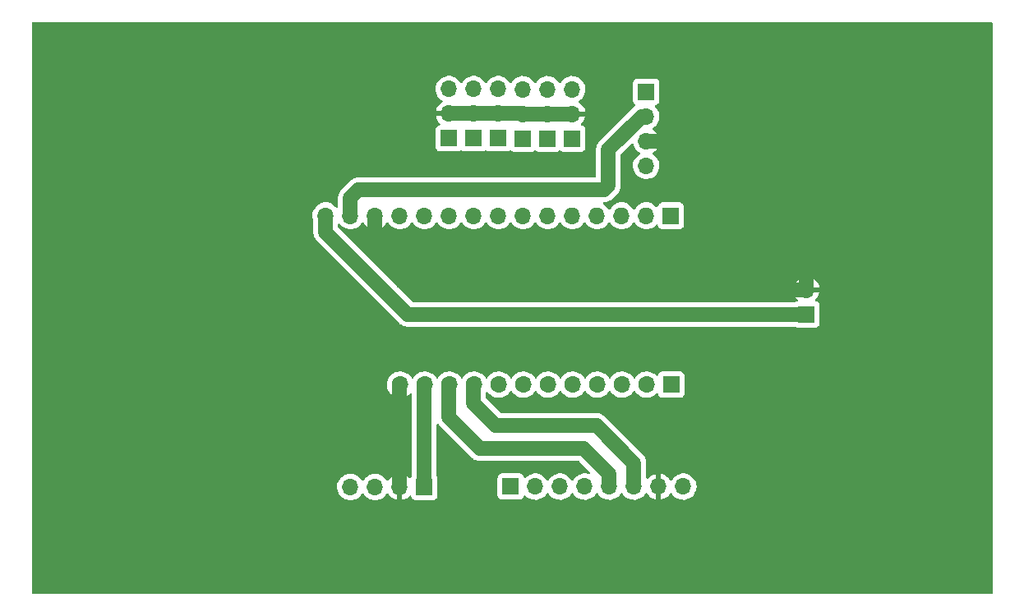
<source format=gbr>
%TF.GenerationSoftware,KiCad,Pcbnew,(6.0.9)*%
%TF.CreationDate,2023-02-14T12:36:12+03:00*%
%TF.ProjectId,kontrol_karti,6b6f6e74-726f-46c5-9f6b-617274692e6b,rev?*%
%TF.SameCoordinates,Original*%
%TF.FileFunction,Copper,L2,Bot*%
%TF.FilePolarity,Positive*%
%FSLAX46Y46*%
G04 Gerber Fmt 4.6, Leading zero omitted, Abs format (unit mm)*
G04 Created by KiCad (PCBNEW (6.0.9)) date 2023-02-14 12:36:12*
%MOMM*%
%LPD*%
G01*
G04 APERTURE LIST*
%TA.AperFunction,ComponentPad*%
%ADD10R,1.700000X1.700000*%
%TD*%
%TA.AperFunction,ComponentPad*%
%ADD11O,1.700000X1.700000*%
%TD*%
%TA.AperFunction,ComponentPad*%
%ADD12R,1.600000X1.600000*%
%TD*%
%TA.AperFunction,ComponentPad*%
%ADD13O,1.600000X1.600000*%
%TD*%
%TA.AperFunction,ComponentPad*%
%ADD14C,1.600000*%
%TD*%
%TA.AperFunction,Conductor*%
%ADD15C,1.500000*%
%TD*%
G04 APERTURE END LIST*
D10*
%TO.P,J7,1,Pin_1*%
%TO.N,A6*%
X68580000Y-55510000D03*
D11*
%TO.P,J7,2,Pin_2*%
%TO.N,GND*%
X68580000Y-52970000D03*
%TO.P,J7,3,Pin_3*%
%TO.N,+5V*%
X68580000Y-50430000D03*
%TD*%
D10*
%TO.P,J35,1,Pin_1*%
%TO.N,DA0*%
X66040000Y-55510000D03*
D11*
%TO.P,J35,2,Pin_2*%
%TO.N,GND*%
X66040000Y-52970000D03*
%TO.P,J35,3,Pin_3*%
%TO.N,+5V*%
X66040000Y-50430000D03*
%TD*%
D10*
%TO.P,REF\u002A\u002A,1*%
%TO.N,N/C*%
X86400000Y-80900000D03*
D11*
%TO.P,REF\u002A\u002A,2*%
X83860000Y-80900000D03*
%TO.P,REF\u002A\u002A,3*%
X81320000Y-80900000D03*
%TO.P,REF\u002A\u002A,4*%
X78780000Y-80900000D03*
%TO.P,REF\u002A\u002A,5*%
X76240000Y-80900000D03*
%TO.P,REF\u002A\u002A,6*%
X73700000Y-80900000D03*
%TO.P,REF\u002A\u002A,7*%
X71160000Y-80900000D03*
%TO.P,REF\u002A\u002A,8*%
X68620000Y-80900000D03*
%TO.P,REF\u002A\u002A,9*%
X66080000Y-80900000D03*
%TO.P,REF\u002A\u002A,10*%
X63540000Y-80900000D03*
%TO.P,REF\u002A\u002A,11*%
X61000000Y-80900000D03*
%TO.P,REF\u002A\u002A,12*%
X58460000Y-80900000D03*
%TD*%
D10*
%TO.P,J6,1,Pin_1*%
%TO.N,+3.3V*%
X60960000Y-91440000D03*
D11*
%TO.P,J6,2,Pin_2*%
%TO.N,GND*%
X58420000Y-91440000D03*
%TO.P,J6,3,Pin_3*%
%TO.N,SCL*%
X55880000Y-91440000D03*
%TO.P,J6,4,Pin_4*%
%TO.N,SDA*%
X53340000Y-91440000D03*
%TD*%
D10*
%TO.P,J4,1,Pin_1*%
%TO.N,A4*%
X73660000Y-55525000D03*
D11*
%TO.P,J4,2,Pin_2*%
%TO.N,GND*%
X73660000Y-52985000D03*
%TO.P,J4,3,Pin_3*%
%TO.N,+5V*%
X73660000Y-50445000D03*
%TD*%
D10*
%TO.P,J3,1,Pin_1*%
%TO.N,A3*%
X76200000Y-55525000D03*
D11*
%TO.P,J3,2,Pin_2*%
%TO.N,GND*%
X76200000Y-52985000D03*
%TO.P,J3,3,Pin_3*%
%TO.N,+5V*%
X76200000Y-50445000D03*
%TD*%
D10*
%TO.P,J1,1,Pin_1*%
%TO.N,+5V*%
X100330000Y-73660000D03*
D11*
%TO.P,J1,2,Pin_2*%
%TO.N,GND*%
X100330000Y-71120000D03*
%TD*%
D10*
%TO.P,J37,1,Pin_1*%
%TO.N,DA1*%
X63500000Y-55510000D03*
D11*
%TO.P,J37,2,Pin_2*%
%TO.N,GND*%
X63500000Y-52970000D03*
%TO.P,J37,3,Pin_3*%
%TO.N,+5V*%
X63500000Y-50430000D03*
%TD*%
D10*
%TO.P,REF\u002A\u002A,1*%
%TO.N,N/C*%
X86360000Y-63500000D03*
D11*
%TO.P,REF\u002A\u002A,2*%
X83820000Y-63500000D03*
%TO.P,REF\u002A\u002A,3*%
X81280000Y-63500000D03*
%TO.P,REF\u002A\u002A,4*%
X78740000Y-63500000D03*
%TO.P,REF\u002A\u002A,5*%
X76200000Y-63500000D03*
%TO.P,REF\u002A\u002A,6*%
X73660000Y-63500000D03*
%TO.P,REF\u002A\u002A,7*%
X71120000Y-63500000D03*
%TO.P,REF\u002A\u002A,8*%
X68580000Y-63500000D03*
%TO.P,REF\u002A\u002A,9*%
X66040000Y-63500000D03*
%TO.P,REF\u002A\u002A,10*%
X63500000Y-63500000D03*
%TO.P,REF\u002A\u002A,11*%
X60960000Y-63500000D03*
%TO.P,REF\u002A\u002A,12*%
X58420000Y-63500000D03*
%TO.P,REF\u002A\u002A,13*%
X55880000Y-63500000D03*
%TO.P,REF\u002A\u002A,14*%
X53340000Y-63500000D03*
%TO.P,REF\u002A\u002A,15*%
X50800000Y-63500000D03*
%TD*%
D10*
%TO.P,J5,1,Pin_1*%
%TO.N,A5*%
X71120000Y-55525000D03*
D11*
%TO.P,J5,2,Pin_2*%
%TO.N,GND*%
X71120000Y-52985000D03*
%TO.P,J5,3,Pin_3*%
%TO.N,+5V*%
X71120000Y-50445000D03*
%TD*%
D10*
%TO.P,J36,1,Pin_1*%
%TO.N,unconnected-(J36-Pad1)*%
X83820000Y-50710000D03*
D11*
%TO.P,J36,2,Pin_2*%
%TO.N,+3.3V*%
X83820000Y-53250000D03*
%TO.P,J36,3,Pin_3*%
%TO.N,GND*%
X83820000Y-55790000D03*
%TO.P,J36,4,Pin_4*%
%TO.N,A0*%
X83820000Y-58330000D03*
%TD*%
D12*
%TO.P,U1,1,BOOT/D13*%
%TO.N,Net-(J22-Pad1)*%
X86360000Y-63410000D03*
D13*
%TO.P,U1,2,A0*%
%TO.N,A0*%
X83820000Y-63410000D03*
%TO.P,U1,3,A1*%
%TO.N,Net-(J11-Pad1)*%
X81280000Y-63410000D03*
%TO.P,U1,4,A2*%
%TO.N,Net-(J13-Pad1)*%
X78740000Y-63410000D03*
%TO.P,U1,5,A3*%
%TO.N,A3*%
X76200000Y-63410000D03*
%TO.P,U1,6,A4*%
%TO.N,A4*%
X73660000Y-63410000D03*
D14*
%TO.P,U1,7,A5*%
%TO.N,A5*%
X71120000Y-63410000D03*
%TO.P,U1,8,A6*%
%TO.N,A6*%
X68580000Y-63410000D03*
%TO.P,U1,9,DA0/D12*%
%TO.N,DA0*%
X66040000Y-63410000D03*
%TO.P,U1,10,DA1/D11*%
%TO.N,DA1*%
X63500000Y-63410000D03*
%TO.P,U1,11,D10*%
%TO.N,Net-(J26-Pad1)*%
X60960000Y-63410000D03*
%TO.P,U1,12,D9*%
%TO.N,Net-(J28-Pad1)*%
X58420000Y-63410000D03*
%TO.P,U1,13,GND*%
%TO.N,GND*%
X55880000Y-63410000D03*
%TO.P,U1,14,3.3V*%
%TO.N,+3.3V*%
X53340000Y-63410000D03*
%TO.P,U1,15,5V*%
%TO.N,+5V*%
X50800000Y-63410000D03*
%TO.P,U1,16,GND*%
%TO.N,GND*%
X58420000Y-80910000D03*
%TO.P,U1,17,3.3V*%
%TO.N,+3.3V*%
X60960000Y-80910000D03*
%TO.P,U1,18,SD/D8*%
%TO.N,SDA*%
X63500000Y-80910000D03*
%TO.P,U1,19,SC/D7*%
%TO.N,SCL*%
X66040000Y-80910000D03*
%TO.P,U1,20,MC/D6*%
%TO.N,Net-(J16-Pad1)*%
X68580000Y-80910000D03*
%TO.P,U1,21,MI/D5*%
%TO.N,Net-(J14-Pad1)*%
X71120000Y-80910000D03*
%TO.P,U1,22,MO/D4*%
%TO.N,Net-(J12-Pad1)*%
X73660000Y-80910000D03*
%TO.P,U1,23*%
%TO.N,N/C*%
X76200000Y-80910000D03*
%TO.P,U1,24,D2/P0*%
%TO.N,Net-(J8-Pad1)*%
X78740000Y-80910000D03*
%TO.P,U1,25,D3/P1*%
%TO.N,Net-(J10-Pad1)*%
X81280000Y-80910000D03*
%TO.P,U1,26,D0/TX*%
%TO.N,Net-(J31-Pad1)*%
X83820000Y-80910000D03*
D12*
%TO.P,U1,27,EN*%
%TO.N,Net-(J30-Pad1)*%
X86360000Y-80910000D03*
%TD*%
D10*
%TO.P,J2,1,Pin_1*%
%TO.N,unconnected-(J2-Pad1)*%
X69865000Y-91415000D03*
D11*
%TO.P,J2,2,Pin_2*%
%TO.N,unconnected-(J2-Pad2)*%
X72405000Y-91415000D03*
%TO.P,J2,3,Pin_3*%
%TO.N,unconnected-(J2-Pad3)*%
X74945000Y-91415000D03*
%TO.P,J2,4,Pin_4*%
%TO.N,unconnected-(J2-Pad4)*%
X77485000Y-91415000D03*
%TO.P,J2,5,Pin_5*%
%TO.N,SDA*%
X80025000Y-91415000D03*
%TO.P,J2,6,Pin_6*%
%TO.N,SCL*%
X82565000Y-91415000D03*
%TO.P,J2,7,Pin_7*%
%TO.N,GND*%
X85105000Y-91415000D03*
%TO.P,J2,8,Pin_8*%
%TO.N,+5V*%
X87645000Y-91415000D03*
%TD*%
D15*
%TO.N,GND*%
X100330000Y-65630000D02*
X100330000Y-71120000D01*
X83820000Y-55790000D02*
X90490000Y-55790000D01*
X100330000Y-71120000D02*
X61220000Y-71120000D01*
X73660000Y-52985000D02*
X76200000Y-52985000D01*
X71105000Y-52970000D02*
X71120000Y-52985000D01*
X61220000Y-71120000D02*
X55880000Y-65780000D01*
X71120000Y-52985000D02*
X73660000Y-52985000D01*
X63500000Y-52970000D02*
X66040000Y-52970000D01*
X90490000Y-55790000D02*
X100330000Y-65630000D01*
X55880000Y-65780000D02*
X55880000Y-63410000D01*
X58420000Y-91440000D02*
X58420000Y-80910000D01*
X66040000Y-52970000D02*
X68580000Y-52970000D01*
X68580000Y-52970000D02*
X71105000Y-52970000D01*
%TO.N,+3.3V*%
X79500000Y-60800000D02*
X54200000Y-60800000D01*
X79900000Y-60400000D02*
X79500000Y-60800000D01*
X83350000Y-53250000D02*
X79900000Y-56700000D01*
X83820000Y-53250000D02*
X83350000Y-53250000D01*
X54200000Y-60800000D02*
X53340000Y-61660000D01*
X79900000Y-56700000D02*
X79900000Y-60400000D01*
X53340000Y-61660000D02*
X53340000Y-63410000D01*
X60960000Y-91440000D02*
X60960000Y-80910000D01*
%TO.N,+5V*%
X100330000Y-73660000D02*
X59260000Y-73660000D01*
X59260000Y-73660000D02*
X50800000Y-65200000D01*
X50800000Y-65200000D02*
X50800000Y-63410000D01*
%TO.N,SDA*%
X77400000Y-87500000D02*
X66700000Y-87500000D01*
X66700000Y-87500000D02*
X63500000Y-84300000D01*
X80025000Y-91415000D02*
X80025000Y-90125000D01*
X63500000Y-84300000D02*
X63500000Y-80910000D01*
X80025000Y-90125000D02*
X77400000Y-87500000D01*
%TO.N,SCL*%
X66040000Y-82840000D02*
X66040000Y-80910000D01*
X82565000Y-91415000D02*
X82565000Y-88965000D01*
X78700000Y-85100000D02*
X68300000Y-85100000D01*
X68300000Y-85100000D02*
X66040000Y-82840000D01*
X82565000Y-88965000D02*
X78700000Y-85100000D01*
%TD*%
%TA.AperFunction,Conductor*%
%TO.N,GND*%
G36*
X119433621Y-43528502D02*
G01*
X119480114Y-43582158D01*
X119491500Y-43634500D01*
X119491500Y-102365500D01*
X119471498Y-102433621D01*
X119417842Y-102480114D01*
X119365500Y-102491500D01*
X20634500Y-102491500D01*
X20566379Y-102471498D01*
X20519886Y-102417842D01*
X20508500Y-102365500D01*
X20508500Y-91406695D01*
X51977251Y-91406695D01*
X51977548Y-91411848D01*
X51977548Y-91411851D01*
X51989812Y-91624547D01*
X51990110Y-91629715D01*
X51991247Y-91634761D01*
X51991248Y-91634767D01*
X52005485Y-91697939D01*
X52039222Y-91847639D01*
X52123266Y-92054616D01*
X52161384Y-92116819D01*
X52237291Y-92240688D01*
X52239987Y-92245088D01*
X52386250Y-92413938D01*
X52558126Y-92556632D01*
X52751000Y-92669338D01*
X52755825Y-92671180D01*
X52755826Y-92671181D01*
X52828612Y-92698975D01*
X52959692Y-92749030D01*
X52964760Y-92750061D01*
X52964763Y-92750062D01*
X53059862Y-92769410D01*
X53178597Y-92793567D01*
X53183772Y-92793757D01*
X53183774Y-92793757D01*
X53396673Y-92801564D01*
X53396677Y-92801564D01*
X53401837Y-92801753D01*
X53406957Y-92801097D01*
X53406959Y-92801097D01*
X53618288Y-92774025D01*
X53618289Y-92774025D01*
X53623416Y-92773368D01*
X53628366Y-92771883D01*
X53832429Y-92710661D01*
X53832434Y-92710659D01*
X53837384Y-92709174D01*
X54037994Y-92610896D01*
X54219860Y-92481173D01*
X54242320Y-92458792D01*
X54318663Y-92382715D01*
X54378096Y-92323489D01*
X54393673Y-92301812D01*
X54508453Y-92142077D01*
X54509776Y-92143028D01*
X54556645Y-92099857D01*
X54626580Y-92087625D01*
X54692026Y-92115144D01*
X54719875Y-92146994D01*
X54779987Y-92245088D01*
X54926250Y-92413938D01*
X55098126Y-92556632D01*
X55291000Y-92669338D01*
X55295825Y-92671180D01*
X55295826Y-92671181D01*
X55368612Y-92698975D01*
X55499692Y-92749030D01*
X55504760Y-92750061D01*
X55504763Y-92750062D01*
X55599862Y-92769410D01*
X55718597Y-92793567D01*
X55723772Y-92793757D01*
X55723774Y-92793757D01*
X55936673Y-92801564D01*
X55936677Y-92801564D01*
X55941837Y-92801753D01*
X55946957Y-92801097D01*
X55946959Y-92801097D01*
X56158288Y-92774025D01*
X56158289Y-92774025D01*
X56163416Y-92773368D01*
X56168366Y-92771883D01*
X56372429Y-92710661D01*
X56372434Y-92710659D01*
X56377384Y-92709174D01*
X56577994Y-92610896D01*
X56759860Y-92481173D01*
X56782320Y-92458792D01*
X56858663Y-92382715D01*
X56918096Y-92323489D01*
X56933673Y-92301812D01*
X57048453Y-92142077D01*
X57049640Y-92142930D01*
X57096960Y-92099362D01*
X57166897Y-92087145D01*
X57232338Y-92114678D01*
X57260166Y-92146511D01*
X57317694Y-92240388D01*
X57323777Y-92248699D01*
X57463213Y-92409667D01*
X57470580Y-92416883D01*
X57634434Y-92552916D01*
X57642881Y-92558831D01*
X57826756Y-92666279D01*
X57836042Y-92670729D01*
X58035001Y-92746703D01*
X58044899Y-92749579D01*
X58148250Y-92770606D01*
X58162299Y-92769410D01*
X58166000Y-92759065D01*
X58166000Y-90123102D01*
X58162082Y-90109758D01*
X58147806Y-90107771D01*
X58109324Y-90113660D01*
X58099288Y-90116051D01*
X57896868Y-90182212D01*
X57887359Y-90186209D01*
X57698463Y-90284542D01*
X57689738Y-90290036D01*
X57519433Y-90417905D01*
X57511726Y-90424748D01*
X57364590Y-90578717D01*
X57358109Y-90586722D01*
X57253498Y-90740074D01*
X57198587Y-90785076D01*
X57128062Y-90793247D01*
X57064315Y-90761993D01*
X57043618Y-90737509D01*
X56962822Y-90612617D01*
X56962820Y-90612614D01*
X56960014Y-90608277D01*
X56809670Y-90443051D01*
X56805619Y-90439852D01*
X56805615Y-90439848D01*
X56638414Y-90307800D01*
X56638410Y-90307798D01*
X56634359Y-90304598D01*
X56598028Y-90284542D01*
X56551972Y-90259118D01*
X56438789Y-90196638D01*
X56433920Y-90194914D01*
X56433916Y-90194912D01*
X56233087Y-90123795D01*
X56233083Y-90123794D01*
X56228212Y-90122069D01*
X56223119Y-90121162D01*
X56223116Y-90121161D01*
X56013373Y-90083800D01*
X56013367Y-90083799D01*
X56008284Y-90082894D01*
X55934452Y-90081992D01*
X55790081Y-90080228D01*
X55790079Y-90080228D01*
X55784911Y-90080165D01*
X55564091Y-90113955D01*
X55351756Y-90183357D01*
X55316445Y-90201739D01*
X55170877Y-90277517D01*
X55153607Y-90286507D01*
X55149474Y-90289610D01*
X55149471Y-90289612D01*
X54979100Y-90417530D01*
X54974965Y-90420635D01*
X54971393Y-90424373D01*
X54844218Y-90557454D01*
X54820629Y-90582138D01*
X54713201Y-90739621D01*
X54658293Y-90784621D01*
X54587768Y-90792792D01*
X54524021Y-90761538D01*
X54503324Y-90737054D01*
X54422822Y-90612617D01*
X54422820Y-90612614D01*
X54420014Y-90608277D01*
X54269670Y-90443051D01*
X54265619Y-90439852D01*
X54265615Y-90439848D01*
X54098414Y-90307800D01*
X54098410Y-90307798D01*
X54094359Y-90304598D01*
X54058028Y-90284542D01*
X54011972Y-90259118D01*
X53898789Y-90196638D01*
X53893920Y-90194914D01*
X53893916Y-90194912D01*
X53693087Y-90123795D01*
X53693083Y-90123794D01*
X53688212Y-90122069D01*
X53683119Y-90121162D01*
X53683116Y-90121161D01*
X53473373Y-90083800D01*
X53473367Y-90083799D01*
X53468284Y-90082894D01*
X53394452Y-90081992D01*
X53250081Y-90080228D01*
X53250079Y-90080228D01*
X53244911Y-90080165D01*
X53024091Y-90113955D01*
X52811756Y-90183357D01*
X52776445Y-90201739D01*
X52630877Y-90277517D01*
X52613607Y-90286507D01*
X52609474Y-90289610D01*
X52609471Y-90289612D01*
X52439100Y-90417530D01*
X52434965Y-90420635D01*
X52431393Y-90424373D01*
X52304218Y-90557454D01*
X52280629Y-90582138D01*
X52154743Y-90766680D01*
X52107715Y-90867993D01*
X52072293Y-90944305D01*
X52060688Y-90969305D01*
X52000989Y-91184570D01*
X51977251Y-91406695D01*
X20508500Y-91406695D01*
X20508500Y-80866695D01*
X57097251Y-80866695D01*
X57110110Y-81089715D01*
X57111247Y-81094761D01*
X57111248Y-81094767D01*
X57135304Y-81201508D01*
X57159222Y-81307639D01*
X57191723Y-81387680D01*
X57237662Y-81500814D01*
X57243266Y-81514616D01*
X57280685Y-81575678D01*
X57357291Y-81700688D01*
X57359987Y-81705088D01*
X57506250Y-81873938D01*
X57678126Y-82016632D01*
X57871000Y-82129338D01*
X58079692Y-82209030D01*
X58084760Y-82210061D01*
X58084763Y-82210062D01*
X58192017Y-82231883D01*
X58298597Y-82253567D01*
X58303772Y-82253757D01*
X58303774Y-82253757D01*
X58516673Y-82261564D01*
X58516677Y-82261564D01*
X58521837Y-82261753D01*
X58526957Y-82261097D01*
X58526959Y-82261097D01*
X58738288Y-82234025D01*
X58738289Y-82234025D01*
X58743416Y-82233368D01*
X58748366Y-82231883D01*
X58952429Y-82170661D01*
X58952434Y-82170659D01*
X58957384Y-82169174D01*
X59157994Y-82070896D01*
X59339860Y-81941173D01*
X59343517Y-81937529D01*
X59486560Y-81794985D01*
X59548932Y-81761069D01*
X59619739Y-81766257D01*
X59676500Y-81808903D01*
X59701194Y-81875467D01*
X59701500Y-81884236D01*
X59701500Y-90245126D01*
X59681498Y-90313247D01*
X59676339Y-90320673D01*
X59659385Y-90343295D01*
X59656233Y-90351703D01*
X59656232Y-90351705D01*
X59614722Y-90462433D01*
X59572081Y-90519198D01*
X59505519Y-90543898D01*
X59436170Y-90528691D01*
X59403546Y-90503004D01*
X59352799Y-90447234D01*
X59345273Y-90440215D01*
X59178139Y-90308222D01*
X59169552Y-90302517D01*
X58983117Y-90199599D01*
X58973705Y-90195369D01*
X58772959Y-90124280D01*
X58762988Y-90121646D01*
X58691837Y-90108972D01*
X58678540Y-90110432D01*
X58674000Y-90124989D01*
X58674000Y-92758517D01*
X58678064Y-92772359D01*
X58691478Y-92774393D01*
X58698184Y-92773534D01*
X58708262Y-92771392D01*
X58912255Y-92710191D01*
X58921842Y-92706433D01*
X59113095Y-92612739D01*
X59121945Y-92607464D01*
X59295328Y-92483792D01*
X59303193Y-92477145D01*
X59407897Y-92372805D01*
X59470268Y-92338889D01*
X59541075Y-92344077D01*
X59597837Y-92386723D01*
X59614819Y-92417826D01*
X59627829Y-92452529D01*
X59659385Y-92536705D01*
X59746739Y-92653261D01*
X59863295Y-92740615D01*
X59999684Y-92791745D01*
X60061866Y-92798500D01*
X61858134Y-92798500D01*
X61920316Y-92791745D01*
X62056705Y-92740615D01*
X62173261Y-92653261D01*
X62260615Y-92536705D01*
X62311745Y-92400316D01*
X62318500Y-92338134D01*
X62318500Y-90541866D01*
X62311745Y-90479684D01*
X62260615Y-90343295D01*
X62243673Y-90320689D01*
X62218826Y-90254185D01*
X62218500Y-90245126D01*
X62218500Y-85064679D01*
X62238502Y-84996558D01*
X62292158Y-84950065D01*
X62362432Y-84939961D01*
X62427012Y-84969455D01*
X62446822Y-84991152D01*
X62460999Y-85010881D01*
X62463989Y-85015232D01*
X62507196Y-85081010D01*
X62507202Y-85081018D01*
X62509735Y-85084874D01*
X62528257Y-85105662D01*
X62536490Y-85115939D01*
X62543471Y-85125654D01*
X62547498Y-85129556D01*
X62620255Y-85200063D01*
X62621665Y-85201452D01*
X65745475Y-88325263D01*
X65756342Y-88337653D01*
X65769877Y-88355292D01*
X65829794Y-88409812D01*
X65830174Y-88410158D01*
X65834469Y-88414257D01*
X65850410Y-88430198D01*
X65870436Y-88446942D01*
X65874391Y-88450392D01*
X65936036Y-88506485D01*
X65940790Y-88509467D01*
X65951230Y-88516016D01*
X65965090Y-88526085D01*
X65978853Y-88537593D01*
X65983734Y-88540377D01*
X66051218Y-88578869D01*
X66055748Y-88581579D01*
X66126344Y-88625864D01*
X66131548Y-88627956D01*
X66142983Y-88632553D01*
X66158413Y-88640012D01*
X66169119Y-88646119D01*
X66169128Y-88646123D01*
X66173993Y-88648898D01*
X66179278Y-88650769D01*
X66179279Y-88650770D01*
X66200583Y-88658314D01*
X66252538Y-88676712D01*
X66257450Y-88678568D01*
X66334783Y-88709656D01*
X66352361Y-88713296D01*
X66368854Y-88717902D01*
X66385759Y-88723888D01*
X66391293Y-88724794D01*
X66391296Y-88724795D01*
X66467977Y-88737352D01*
X66473149Y-88738311D01*
X66554767Y-88755213D01*
X66570398Y-88756114D01*
X66582563Y-88756816D01*
X66595669Y-88758263D01*
X66601914Y-88759286D01*
X66601921Y-88759287D01*
X66607457Y-88760193D01*
X66613071Y-88760105D01*
X66613073Y-88760105D01*
X66714230Y-88758516D01*
X66716209Y-88758500D01*
X76826523Y-88758500D01*
X76894644Y-88778502D01*
X76915618Y-88795405D01*
X78034111Y-89913899D01*
X78068137Y-89976211D01*
X78063072Y-90047027D01*
X78020525Y-90103862D01*
X77954005Y-90128673D01*
X77902958Y-90121767D01*
X77852395Y-90103862D01*
X77838087Y-90098795D01*
X77838083Y-90098794D01*
X77833212Y-90097069D01*
X77828119Y-90096162D01*
X77828116Y-90096161D01*
X77618373Y-90058800D01*
X77618367Y-90058799D01*
X77613284Y-90057894D01*
X77539452Y-90056992D01*
X77395081Y-90055228D01*
X77395079Y-90055228D01*
X77389911Y-90055165D01*
X77169091Y-90088955D01*
X76956756Y-90158357D01*
X76919187Y-90177914D01*
X76790075Y-90245126D01*
X76758607Y-90261507D01*
X76754474Y-90264610D01*
X76754471Y-90264612D01*
X76649675Y-90343295D01*
X76579965Y-90395635D01*
X76554894Y-90421870D01*
X76443470Y-90538469D01*
X76425629Y-90557138D01*
X76318201Y-90714621D01*
X76263293Y-90759621D01*
X76192768Y-90767792D01*
X76129021Y-90736538D01*
X76108324Y-90712054D01*
X76027822Y-90587617D01*
X76027820Y-90587614D01*
X76025014Y-90583277D01*
X75874670Y-90418051D01*
X75870619Y-90414852D01*
X75870615Y-90414848D01*
X75703414Y-90282800D01*
X75703410Y-90282798D01*
X75699359Y-90279598D01*
X75663028Y-90259542D01*
X75636913Y-90245126D01*
X75503789Y-90171638D01*
X75498920Y-90169914D01*
X75498916Y-90169912D01*
X75298087Y-90098795D01*
X75298083Y-90098794D01*
X75293212Y-90097069D01*
X75288119Y-90096162D01*
X75288116Y-90096161D01*
X75078373Y-90058800D01*
X75078367Y-90058799D01*
X75073284Y-90057894D01*
X74999452Y-90056992D01*
X74855081Y-90055228D01*
X74855079Y-90055228D01*
X74849911Y-90055165D01*
X74629091Y-90088955D01*
X74416756Y-90158357D01*
X74379187Y-90177914D01*
X74250075Y-90245126D01*
X74218607Y-90261507D01*
X74214474Y-90264610D01*
X74214471Y-90264612D01*
X74109675Y-90343295D01*
X74039965Y-90395635D01*
X74014894Y-90421870D01*
X73903470Y-90538469D01*
X73885629Y-90557138D01*
X73778201Y-90714621D01*
X73723293Y-90759621D01*
X73652768Y-90767792D01*
X73589021Y-90736538D01*
X73568324Y-90712054D01*
X73487822Y-90587617D01*
X73487820Y-90587614D01*
X73485014Y-90583277D01*
X73334670Y-90418051D01*
X73330619Y-90414852D01*
X73330615Y-90414848D01*
X73163414Y-90282800D01*
X73163410Y-90282798D01*
X73159359Y-90279598D01*
X73123028Y-90259542D01*
X73096913Y-90245126D01*
X72963789Y-90171638D01*
X72958920Y-90169914D01*
X72958916Y-90169912D01*
X72758087Y-90098795D01*
X72758083Y-90098794D01*
X72753212Y-90097069D01*
X72748119Y-90096162D01*
X72748116Y-90096161D01*
X72538373Y-90058800D01*
X72538367Y-90058799D01*
X72533284Y-90057894D01*
X72459452Y-90056992D01*
X72315081Y-90055228D01*
X72315079Y-90055228D01*
X72309911Y-90055165D01*
X72089091Y-90088955D01*
X71876756Y-90158357D01*
X71839187Y-90177914D01*
X71710075Y-90245126D01*
X71678607Y-90261507D01*
X71674474Y-90264610D01*
X71674471Y-90264612D01*
X71569675Y-90343295D01*
X71499965Y-90395635D01*
X71422113Y-90477103D01*
X71419283Y-90480064D01*
X71357759Y-90515494D01*
X71286846Y-90512037D01*
X71229060Y-90470791D01*
X71210207Y-90437243D01*
X71168767Y-90326703D01*
X71165615Y-90318295D01*
X71078261Y-90201739D01*
X70961705Y-90114385D01*
X70825316Y-90063255D01*
X70763134Y-90056500D01*
X68966866Y-90056500D01*
X68904684Y-90063255D01*
X68768295Y-90114385D01*
X68651739Y-90201739D01*
X68564385Y-90318295D01*
X68513255Y-90454684D01*
X68506500Y-90516866D01*
X68506500Y-92313134D01*
X68513255Y-92375316D01*
X68564385Y-92511705D01*
X68651739Y-92628261D01*
X68768295Y-92715615D01*
X68904684Y-92766745D01*
X68966866Y-92773500D01*
X70763134Y-92773500D01*
X70825316Y-92766745D01*
X70961705Y-92715615D01*
X71078261Y-92628261D01*
X71165615Y-92511705D01*
X71187799Y-92452529D01*
X71209598Y-92394382D01*
X71252240Y-92337618D01*
X71318802Y-92312918D01*
X71388150Y-92328126D01*
X71422817Y-92356114D01*
X71451250Y-92388938D01*
X71623126Y-92531632D01*
X71816000Y-92644338D01*
X72024692Y-92724030D01*
X72029760Y-92725061D01*
X72029763Y-92725062D01*
X72106209Y-92740615D01*
X72243597Y-92768567D01*
X72248772Y-92768757D01*
X72248774Y-92768757D01*
X72461673Y-92776564D01*
X72461677Y-92776564D01*
X72466837Y-92776753D01*
X72471957Y-92776097D01*
X72471959Y-92776097D01*
X72683288Y-92749025D01*
X72683289Y-92749025D01*
X72688416Y-92748368D01*
X72693966Y-92746703D01*
X72897429Y-92685661D01*
X72897434Y-92685659D01*
X72902384Y-92684174D01*
X73102994Y-92585896D01*
X73284860Y-92456173D01*
X73443096Y-92298489D01*
X73478665Y-92248990D01*
X73573453Y-92117077D01*
X73574776Y-92118028D01*
X73621645Y-92074857D01*
X73691580Y-92062625D01*
X73757026Y-92090144D01*
X73784875Y-92121994D01*
X73844987Y-92220088D01*
X73991250Y-92388938D01*
X74163126Y-92531632D01*
X74356000Y-92644338D01*
X74564692Y-92724030D01*
X74569760Y-92725061D01*
X74569763Y-92725062D01*
X74646209Y-92740615D01*
X74783597Y-92768567D01*
X74788772Y-92768757D01*
X74788774Y-92768757D01*
X75001673Y-92776564D01*
X75001677Y-92776564D01*
X75006837Y-92776753D01*
X75011957Y-92776097D01*
X75011959Y-92776097D01*
X75223288Y-92749025D01*
X75223289Y-92749025D01*
X75228416Y-92748368D01*
X75233966Y-92746703D01*
X75437429Y-92685661D01*
X75437434Y-92685659D01*
X75442384Y-92684174D01*
X75642994Y-92585896D01*
X75824860Y-92456173D01*
X75983096Y-92298489D01*
X76018665Y-92248990D01*
X76113453Y-92117077D01*
X76114776Y-92118028D01*
X76161645Y-92074857D01*
X76231580Y-92062625D01*
X76297026Y-92090144D01*
X76324875Y-92121994D01*
X76384987Y-92220088D01*
X76531250Y-92388938D01*
X76703126Y-92531632D01*
X76896000Y-92644338D01*
X77104692Y-92724030D01*
X77109760Y-92725061D01*
X77109763Y-92725062D01*
X77186209Y-92740615D01*
X77323597Y-92768567D01*
X77328772Y-92768757D01*
X77328774Y-92768757D01*
X77541673Y-92776564D01*
X77541677Y-92776564D01*
X77546837Y-92776753D01*
X77551957Y-92776097D01*
X77551959Y-92776097D01*
X77763288Y-92749025D01*
X77763289Y-92749025D01*
X77768416Y-92748368D01*
X77773966Y-92746703D01*
X77977429Y-92685661D01*
X77977434Y-92685659D01*
X77982384Y-92684174D01*
X78182994Y-92585896D01*
X78364860Y-92456173D01*
X78523096Y-92298489D01*
X78558665Y-92248990D01*
X78653453Y-92117077D01*
X78654776Y-92118028D01*
X78701645Y-92074857D01*
X78771580Y-92062625D01*
X78837026Y-92090144D01*
X78864875Y-92121994D01*
X78924987Y-92220088D01*
X79071250Y-92388938D01*
X79243126Y-92531632D01*
X79436000Y-92644338D01*
X79644692Y-92724030D01*
X79649760Y-92725061D01*
X79649763Y-92725062D01*
X79726209Y-92740615D01*
X79863597Y-92768567D01*
X79868772Y-92768757D01*
X79868774Y-92768757D01*
X80081673Y-92776564D01*
X80081677Y-92776564D01*
X80086837Y-92776753D01*
X80091957Y-92776097D01*
X80091959Y-92776097D01*
X80303288Y-92749025D01*
X80303289Y-92749025D01*
X80308416Y-92748368D01*
X80313966Y-92746703D01*
X80517429Y-92685661D01*
X80517434Y-92685659D01*
X80522384Y-92684174D01*
X80722994Y-92585896D01*
X80904860Y-92456173D01*
X81063096Y-92298489D01*
X81098665Y-92248990D01*
X81193453Y-92117077D01*
X81194776Y-92118028D01*
X81241645Y-92074857D01*
X81311580Y-92062625D01*
X81377026Y-92090144D01*
X81404875Y-92121994D01*
X81464987Y-92220088D01*
X81611250Y-92388938D01*
X81783126Y-92531632D01*
X81976000Y-92644338D01*
X82184692Y-92724030D01*
X82189760Y-92725061D01*
X82189763Y-92725062D01*
X82266209Y-92740615D01*
X82403597Y-92768567D01*
X82408772Y-92768757D01*
X82408774Y-92768757D01*
X82621673Y-92776564D01*
X82621677Y-92776564D01*
X82626837Y-92776753D01*
X82631957Y-92776097D01*
X82631959Y-92776097D01*
X82843288Y-92749025D01*
X82843289Y-92749025D01*
X82848416Y-92748368D01*
X82853966Y-92746703D01*
X83057429Y-92685661D01*
X83057434Y-92685659D01*
X83062384Y-92684174D01*
X83262994Y-92585896D01*
X83444860Y-92456173D01*
X83603096Y-92298489D01*
X83638665Y-92248990D01*
X83733453Y-92117077D01*
X83734640Y-92117930D01*
X83781960Y-92074362D01*
X83851897Y-92062145D01*
X83917338Y-92089678D01*
X83945166Y-92121511D01*
X84002694Y-92215388D01*
X84008777Y-92223699D01*
X84148213Y-92384667D01*
X84155580Y-92391883D01*
X84319434Y-92527916D01*
X84327881Y-92533831D01*
X84511756Y-92641279D01*
X84521042Y-92645729D01*
X84720001Y-92721703D01*
X84729899Y-92724579D01*
X84833250Y-92745606D01*
X84847299Y-92744410D01*
X84851000Y-92734065D01*
X84851000Y-92733517D01*
X85359000Y-92733517D01*
X85363064Y-92747359D01*
X85376478Y-92749393D01*
X85383184Y-92748534D01*
X85393262Y-92746392D01*
X85597255Y-92685191D01*
X85606842Y-92681433D01*
X85798095Y-92587739D01*
X85806945Y-92582464D01*
X85980328Y-92458792D01*
X85988200Y-92452139D01*
X86139052Y-92301812D01*
X86145730Y-92293965D01*
X86273022Y-92116819D01*
X86274279Y-92117722D01*
X86321373Y-92074362D01*
X86391311Y-92062145D01*
X86456751Y-92089678D01*
X86484579Y-92121511D01*
X86544987Y-92220088D01*
X86691250Y-92388938D01*
X86863126Y-92531632D01*
X87056000Y-92644338D01*
X87264692Y-92724030D01*
X87269760Y-92725061D01*
X87269763Y-92725062D01*
X87346209Y-92740615D01*
X87483597Y-92768567D01*
X87488772Y-92768757D01*
X87488774Y-92768757D01*
X87701673Y-92776564D01*
X87701677Y-92776564D01*
X87706837Y-92776753D01*
X87711957Y-92776097D01*
X87711959Y-92776097D01*
X87923288Y-92749025D01*
X87923289Y-92749025D01*
X87928416Y-92748368D01*
X87933966Y-92746703D01*
X88137429Y-92685661D01*
X88137434Y-92685659D01*
X88142384Y-92684174D01*
X88342994Y-92585896D01*
X88524860Y-92456173D01*
X88683096Y-92298489D01*
X88718665Y-92248990D01*
X88810435Y-92121277D01*
X88813453Y-92117077D01*
X88822209Y-92099362D01*
X88910136Y-91921453D01*
X88910137Y-91921451D01*
X88912430Y-91916811D01*
X88944900Y-91809940D01*
X88975865Y-91708023D01*
X88975865Y-91708021D01*
X88977370Y-91703069D01*
X89006529Y-91481590D01*
X89008156Y-91415000D01*
X88989852Y-91192361D01*
X88935431Y-90975702D01*
X88846354Y-90770840D01*
X88743995Y-90612617D01*
X88727822Y-90587617D01*
X88727820Y-90587614D01*
X88725014Y-90583277D01*
X88574670Y-90418051D01*
X88570619Y-90414852D01*
X88570615Y-90414848D01*
X88403414Y-90282800D01*
X88403410Y-90282798D01*
X88399359Y-90279598D01*
X88363028Y-90259542D01*
X88336913Y-90245126D01*
X88203789Y-90171638D01*
X88198920Y-90169914D01*
X88198916Y-90169912D01*
X87998087Y-90098795D01*
X87998083Y-90098794D01*
X87993212Y-90097069D01*
X87988119Y-90096162D01*
X87988116Y-90096161D01*
X87778373Y-90058800D01*
X87778367Y-90058799D01*
X87773284Y-90057894D01*
X87699452Y-90056992D01*
X87555081Y-90055228D01*
X87555079Y-90055228D01*
X87549911Y-90055165D01*
X87329091Y-90088955D01*
X87116756Y-90158357D01*
X87079187Y-90177914D01*
X86950075Y-90245126D01*
X86918607Y-90261507D01*
X86914474Y-90264610D01*
X86914471Y-90264612D01*
X86809675Y-90343295D01*
X86739965Y-90395635D01*
X86714894Y-90421870D01*
X86603470Y-90538469D01*
X86585629Y-90557138D01*
X86582720Y-90561403D01*
X86582714Y-90561411D01*
X86553350Y-90604457D01*
X86478204Y-90714618D01*
X86477898Y-90715066D01*
X86422987Y-90760069D01*
X86352462Y-90768240D01*
X86288715Y-90736986D01*
X86268018Y-90712502D01*
X86187426Y-90587926D01*
X86181136Y-90579757D01*
X86037806Y-90422240D01*
X86030273Y-90415215D01*
X85863139Y-90283222D01*
X85854552Y-90277517D01*
X85668117Y-90174599D01*
X85658705Y-90170369D01*
X85457959Y-90099280D01*
X85447988Y-90096646D01*
X85376837Y-90083972D01*
X85363540Y-90085432D01*
X85359000Y-90099989D01*
X85359000Y-92733517D01*
X84851000Y-92733517D01*
X84851000Y-90098102D01*
X84847082Y-90084758D01*
X84832806Y-90082771D01*
X84794324Y-90088660D01*
X84784288Y-90091051D01*
X84581868Y-90157212D01*
X84572359Y-90161209D01*
X84383463Y-90259542D01*
X84374738Y-90265036D01*
X84204433Y-90392905D01*
X84196726Y-90399748D01*
X84049589Y-90553718D01*
X84047424Y-90556392D01*
X84046276Y-90557185D01*
X84046019Y-90557454D01*
X84045964Y-90557401D01*
X83989012Y-90596747D01*
X83918055Y-90599116D01*
X83857081Y-90562747D01*
X83825450Y-90499186D01*
X83823500Y-90477103D01*
X83823500Y-89056395D01*
X83824578Y-89039948D01*
X83826746Y-89023483D01*
X83826746Y-89023479D01*
X83827479Y-89017913D01*
X83823640Y-88936510D01*
X83823500Y-88930575D01*
X83823500Y-88908001D01*
X83821181Y-88882013D01*
X83820822Y-88876750D01*
X83817160Y-88799112D01*
X83816896Y-88793511D01*
X83815645Y-88788048D01*
X83815644Y-88788042D01*
X83812893Y-88776032D01*
X83810211Y-88759099D01*
X83809864Y-88755213D01*
X83808617Y-88741238D01*
X83803871Y-88723888D01*
X83786627Y-88660859D01*
X83785341Y-88655739D01*
X83778499Y-88625864D01*
X83766742Y-88574530D01*
X83759706Y-88558033D01*
X83754073Y-88541858D01*
X83750818Y-88529961D01*
X83750817Y-88529957D01*
X83749337Y-88524549D01*
X83713461Y-88449333D01*
X83711290Y-88444524D01*
X83680804Y-88373051D01*
X83680804Y-88373050D01*
X83678603Y-88367891D01*
X83668749Y-88352890D01*
X83660343Y-88337970D01*
X83660193Y-88337654D01*
X83652622Y-88321782D01*
X83649354Y-88317234D01*
X83649351Y-88317229D01*
X83603998Y-88254114D01*
X83601009Y-88249765D01*
X83555265Y-88180125D01*
X83536747Y-88159341D01*
X83528498Y-88149045D01*
X83524804Y-88143904D01*
X83521529Y-88139346D01*
X83444777Y-88064968D01*
X83443367Y-88063579D01*
X79654525Y-84274737D01*
X79643657Y-84262346D01*
X79633533Y-84249152D01*
X79630123Y-84244708D01*
X79569826Y-84189842D01*
X79565531Y-84185743D01*
X79549590Y-84169802D01*
X79547440Y-84168004D01*
X79529577Y-84153068D01*
X79525602Y-84149600D01*
X79468112Y-84097288D01*
X79468103Y-84097281D01*
X79463964Y-84093515D01*
X79448773Y-84083986D01*
X79434907Y-84073911D01*
X79425451Y-84066004D01*
X79425441Y-84065997D01*
X79421146Y-84062406D01*
X79348752Y-84021113D01*
X79344232Y-84018408D01*
X79278404Y-83977114D01*
X79278401Y-83977112D01*
X79273656Y-83974136D01*
X79268451Y-83972043D01*
X79268448Y-83972042D01*
X79257021Y-83967448D01*
X79241589Y-83959988D01*
X79230881Y-83953880D01*
X79230872Y-83953876D01*
X79226007Y-83951101D01*
X79220730Y-83949232D01*
X79220725Y-83949230D01*
X79147458Y-83923285D01*
X79142522Y-83921420D01*
X79070416Y-83892434D01*
X79065217Y-83890344D01*
X79059730Y-83889208D01*
X79059728Y-83889207D01*
X79047651Y-83886706D01*
X79031156Y-83882101D01*
X79014241Y-83876111D01*
X78931990Y-83862641D01*
X78926820Y-83861683D01*
X78845233Y-83844787D01*
X78840621Y-83844521D01*
X78840620Y-83844521D01*
X78817452Y-83843185D01*
X78804347Y-83841738D01*
X78798090Y-83840714D01*
X78798086Y-83840714D01*
X78792543Y-83839806D01*
X78786930Y-83839894D01*
X78786928Y-83839894D01*
X78685736Y-83841484D01*
X78683757Y-83841500D01*
X68873478Y-83841500D01*
X68805357Y-83821498D01*
X68784383Y-83804595D01*
X67335405Y-82355617D01*
X67301379Y-82293305D01*
X67298500Y-82266522D01*
X67298500Y-81787244D01*
X67318502Y-81719123D01*
X67372158Y-81672630D01*
X67442432Y-81662526D01*
X67507012Y-81692020D01*
X67519461Y-81705544D01*
X67519987Y-81705088D01*
X67666250Y-81873938D01*
X67838126Y-82016632D01*
X68031000Y-82129338D01*
X68239692Y-82209030D01*
X68244760Y-82210061D01*
X68244763Y-82210062D01*
X68352017Y-82231883D01*
X68458597Y-82253567D01*
X68463772Y-82253757D01*
X68463774Y-82253757D01*
X68676673Y-82261564D01*
X68676677Y-82261564D01*
X68681837Y-82261753D01*
X68686957Y-82261097D01*
X68686959Y-82261097D01*
X68898288Y-82234025D01*
X68898289Y-82234025D01*
X68903416Y-82233368D01*
X68908366Y-82231883D01*
X69112429Y-82170661D01*
X69112434Y-82170659D01*
X69117384Y-82169174D01*
X69317994Y-82070896D01*
X69499860Y-81941173D01*
X69658096Y-81783489D01*
X69670479Y-81766257D01*
X69788453Y-81602077D01*
X69789776Y-81603028D01*
X69836645Y-81559857D01*
X69906580Y-81547625D01*
X69972026Y-81575144D01*
X69999875Y-81606994D01*
X70059987Y-81705088D01*
X70206250Y-81873938D01*
X70378126Y-82016632D01*
X70571000Y-82129338D01*
X70779692Y-82209030D01*
X70784760Y-82210061D01*
X70784763Y-82210062D01*
X70892017Y-82231883D01*
X70998597Y-82253567D01*
X71003772Y-82253757D01*
X71003774Y-82253757D01*
X71216673Y-82261564D01*
X71216677Y-82261564D01*
X71221837Y-82261753D01*
X71226957Y-82261097D01*
X71226959Y-82261097D01*
X71438288Y-82234025D01*
X71438289Y-82234025D01*
X71443416Y-82233368D01*
X71448366Y-82231883D01*
X71652429Y-82170661D01*
X71652434Y-82170659D01*
X71657384Y-82169174D01*
X71857994Y-82070896D01*
X72039860Y-81941173D01*
X72198096Y-81783489D01*
X72210479Y-81766257D01*
X72328453Y-81602077D01*
X72329776Y-81603028D01*
X72376645Y-81559857D01*
X72446580Y-81547625D01*
X72512026Y-81575144D01*
X72539875Y-81606994D01*
X72599987Y-81705088D01*
X72746250Y-81873938D01*
X72918126Y-82016632D01*
X73111000Y-82129338D01*
X73319692Y-82209030D01*
X73324760Y-82210061D01*
X73324763Y-82210062D01*
X73432017Y-82231883D01*
X73538597Y-82253567D01*
X73543772Y-82253757D01*
X73543774Y-82253757D01*
X73756673Y-82261564D01*
X73756677Y-82261564D01*
X73761837Y-82261753D01*
X73766957Y-82261097D01*
X73766959Y-82261097D01*
X73978288Y-82234025D01*
X73978289Y-82234025D01*
X73983416Y-82233368D01*
X73988366Y-82231883D01*
X74192429Y-82170661D01*
X74192434Y-82170659D01*
X74197384Y-82169174D01*
X74397994Y-82070896D01*
X74579860Y-81941173D01*
X74738096Y-81783489D01*
X74750479Y-81766257D01*
X74868453Y-81602077D01*
X74869776Y-81603028D01*
X74916645Y-81559857D01*
X74986580Y-81547625D01*
X75052026Y-81575144D01*
X75079875Y-81606994D01*
X75139987Y-81705088D01*
X75286250Y-81873938D01*
X75458126Y-82016632D01*
X75651000Y-82129338D01*
X75859692Y-82209030D01*
X75864760Y-82210061D01*
X75864763Y-82210062D01*
X75972017Y-82231883D01*
X76078597Y-82253567D01*
X76083772Y-82253757D01*
X76083774Y-82253757D01*
X76296673Y-82261564D01*
X76296677Y-82261564D01*
X76301837Y-82261753D01*
X76306957Y-82261097D01*
X76306959Y-82261097D01*
X76518288Y-82234025D01*
X76518289Y-82234025D01*
X76523416Y-82233368D01*
X76528366Y-82231883D01*
X76732429Y-82170661D01*
X76732434Y-82170659D01*
X76737384Y-82169174D01*
X76937994Y-82070896D01*
X77119860Y-81941173D01*
X77278096Y-81783489D01*
X77290479Y-81766257D01*
X77408453Y-81602077D01*
X77409776Y-81603028D01*
X77456645Y-81559857D01*
X77526580Y-81547625D01*
X77592026Y-81575144D01*
X77619875Y-81606994D01*
X77679987Y-81705088D01*
X77826250Y-81873938D01*
X77998126Y-82016632D01*
X78191000Y-82129338D01*
X78399692Y-82209030D01*
X78404760Y-82210061D01*
X78404763Y-82210062D01*
X78512017Y-82231883D01*
X78618597Y-82253567D01*
X78623772Y-82253757D01*
X78623774Y-82253757D01*
X78836673Y-82261564D01*
X78836677Y-82261564D01*
X78841837Y-82261753D01*
X78846957Y-82261097D01*
X78846959Y-82261097D01*
X79058288Y-82234025D01*
X79058289Y-82234025D01*
X79063416Y-82233368D01*
X79068366Y-82231883D01*
X79272429Y-82170661D01*
X79272434Y-82170659D01*
X79277384Y-82169174D01*
X79477994Y-82070896D01*
X79659860Y-81941173D01*
X79818096Y-81783489D01*
X79830479Y-81766257D01*
X79948453Y-81602077D01*
X79949776Y-81603028D01*
X79996645Y-81559857D01*
X80066580Y-81547625D01*
X80132026Y-81575144D01*
X80159875Y-81606994D01*
X80219987Y-81705088D01*
X80366250Y-81873938D01*
X80538126Y-82016632D01*
X80731000Y-82129338D01*
X80939692Y-82209030D01*
X80944760Y-82210061D01*
X80944763Y-82210062D01*
X81052017Y-82231883D01*
X81158597Y-82253567D01*
X81163772Y-82253757D01*
X81163774Y-82253757D01*
X81376673Y-82261564D01*
X81376677Y-82261564D01*
X81381837Y-82261753D01*
X81386957Y-82261097D01*
X81386959Y-82261097D01*
X81598288Y-82234025D01*
X81598289Y-82234025D01*
X81603416Y-82233368D01*
X81608366Y-82231883D01*
X81812429Y-82170661D01*
X81812434Y-82170659D01*
X81817384Y-82169174D01*
X82017994Y-82070896D01*
X82199860Y-81941173D01*
X82358096Y-81783489D01*
X82370479Y-81766257D01*
X82488453Y-81602077D01*
X82489776Y-81603028D01*
X82536645Y-81559857D01*
X82606580Y-81547625D01*
X82672026Y-81575144D01*
X82699875Y-81606994D01*
X82759987Y-81705088D01*
X82906250Y-81873938D01*
X83078126Y-82016632D01*
X83271000Y-82129338D01*
X83479692Y-82209030D01*
X83484760Y-82210061D01*
X83484763Y-82210062D01*
X83592017Y-82231883D01*
X83698597Y-82253567D01*
X83703772Y-82253757D01*
X83703774Y-82253757D01*
X83916673Y-82261564D01*
X83916677Y-82261564D01*
X83921837Y-82261753D01*
X83926957Y-82261097D01*
X83926959Y-82261097D01*
X84138288Y-82234025D01*
X84138289Y-82234025D01*
X84143416Y-82233368D01*
X84148366Y-82231883D01*
X84352429Y-82170661D01*
X84352434Y-82170659D01*
X84357384Y-82169174D01*
X84557994Y-82070896D01*
X84739860Y-81941173D01*
X84848091Y-81833319D01*
X84910462Y-81799404D01*
X84981268Y-81804592D01*
X85038030Y-81847238D01*
X85055012Y-81878341D01*
X85099385Y-81996705D01*
X85186739Y-82113261D01*
X85303295Y-82200615D01*
X85439684Y-82251745D01*
X85501866Y-82258500D01*
X87298134Y-82258500D01*
X87360316Y-82251745D01*
X87496705Y-82200615D01*
X87613261Y-82113261D01*
X87700615Y-81996705D01*
X87751745Y-81860316D01*
X87758500Y-81798134D01*
X87758500Y-80001866D01*
X87751745Y-79939684D01*
X87700615Y-79803295D01*
X87613261Y-79686739D01*
X87496705Y-79599385D01*
X87360316Y-79548255D01*
X87298134Y-79541500D01*
X85501866Y-79541500D01*
X85439684Y-79548255D01*
X85303295Y-79599385D01*
X85186739Y-79686739D01*
X85099385Y-79803295D01*
X85096233Y-79811703D01*
X85054919Y-79921907D01*
X85012277Y-79978671D01*
X84945716Y-80003371D01*
X84876367Y-79988163D01*
X84843743Y-79962476D01*
X84793151Y-79906875D01*
X84793142Y-79906866D01*
X84789670Y-79903051D01*
X84785619Y-79899852D01*
X84785615Y-79899848D01*
X84618414Y-79767800D01*
X84618410Y-79767798D01*
X84614359Y-79764598D01*
X84418789Y-79656638D01*
X84413920Y-79654914D01*
X84413916Y-79654912D01*
X84213087Y-79583795D01*
X84213083Y-79583794D01*
X84208212Y-79582069D01*
X84203119Y-79581162D01*
X84203116Y-79581161D01*
X83993373Y-79543800D01*
X83993367Y-79543799D01*
X83988284Y-79542894D01*
X83914452Y-79541992D01*
X83770081Y-79540228D01*
X83770079Y-79540228D01*
X83764911Y-79540165D01*
X83544091Y-79573955D01*
X83331756Y-79643357D01*
X83133607Y-79746507D01*
X83129474Y-79749610D01*
X83129471Y-79749612D01*
X82959100Y-79877530D01*
X82954965Y-79880635D01*
X82915525Y-79921907D01*
X82861280Y-79978671D01*
X82800629Y-80042138D01*
X82693201Y-80199621D01*
X82638293Y-80244621D01*
X82567768Y-80252792D01*
X82504021Y-80221538D01*
X82483324Y-80197054D01*
X82402822Y-80072617D01*
X82402820Y-80072614D01*
X82400014Y-80068277D01*
X82249670Y-79903051D01*
X82245619Y-79899852D01*
X82245615Y-79899848D01*
X82078414Y-79767800D01*
X82078410Y-79767798D01*
X82074359Y-79764598D01*
X81878789Y-79656638D01*
X81873920Y-79654914D01*
X81873916Y-79654912D01*
X81673087Y-79583795D01*
X81673083Y-79583794D01*
X81668212Y-79582069D01*
X81663119Y-79581162D01*
X81663116Y-79581161D01*
X81453373Y-79543800D01*
X81453367Y-79543799D01*
X81448284Y-79542894D01*
X81374452Y-79541992D01*
X81230081Y-79540228D01*
X81230079Y-79540228D01*
X81224911Y-79540165D01*
X81004091Y-79573955D01*
X80791756Y-79643357D01*
X80593607Y-79746507D01*
X80589474Y-79749610D01*
X80589471Y-79749612D01*
X80419100Y-79877530D01*
X80414965Y-79880635D01*
X80375525Y-79921907D01*
X80321280Y-79978671D01*
X80260629Y-80042138D01*
X80153201Y-80199621D01*
X80098293Y-80244621D01*
X80027768Y-80252792D01*
X79964021Y-80221538D01*
X79943324Y-80197054D01*
X79862822Y-80072617D01*
X79862820Y-80072614D01*
X79860014Y-80068277D01*
X79709670Y-79903051D01*
X79705619Y-79899852D01*
X79705615Y-79899848D01*
X79538414Y-79767800D01*
X79538410Y-79767798D01*
X79534359Y-79764598D01*
X79338789Y-79656638D01*
X79333920Y-79654914D01*
X79333916Y-79654912D01*
X79133087Y-79583795D01*
X79133083Y-79583794D01*
X79128212Y-79582069D01*
X79123119Y-79581162D01*
X79123116Y-79581161D01*
X78913373Y-79543800D01*
X78913367Y-79543799D01*
X78908284Y-79542894D01*
X78834452Y-79541992D01*
X78690081Y-79540228D01*
X78690079Y-79540228D01*
X78684911Y-79540165D01*
X78464091Y-79573955D01*
X78251756Y-79643357D01*
X78053607Y-79746507D01*
X78049474Y-79749610D01*
X78049471Y-79749612D01*
X77879100Y-79877530D01*
X77874965Y-79880635D01*
X77835525Y-79921907D01*
X77781280Y-79978671D01*
X77720629Y-80042138D01*
X77613201Y-80199621D01*
X77558293Y-80244621D01*
X77487768Y-80252792D01*
X77424021Y-80221538D01*
X77403324Y-80197054D01*
X77322822Y-80072617D01*
X77322820Y-80072614D01*
X77320014Y-80068277D01*
X77169670Y-79903051D01*
X77165619Y-79899852D01*
X77165615Y-79899848D01*
X76998414Y-79767800D01*
X76998410Y-79767798D01*
X76994359Y-79764598D01*
X76798789Y-79656638D01*
X76793920Y-79654914D01*
X76793916Y-79654912D01*
X76593087Y-79583795D01*
X76593083Y-79583794D01*
X76588212Y-79582069D01*
X76583119Y-79581162D01*
X76583116Y-79581161D01*
X76373373Y-79543800D01*
X76373367Y-79543799D01*
X76368284Y-79542894D01*
X76294452Y-79541992D01*
X76150081Y-79540228D01*
X76150079Y-79540228D01*
X76144911Y-79540165D01*
X75924091Y-79573955D01*
X75711756Y-79643357D01*
X75513607Y-79746507D01*
X75509474Y-79749610D01*
X75509471Y-79749612D01*
X75339100Y-79877530D01*
X75334965Y-79880635D01*
X75295525Y-79921907D01*
X75241280Y-79978671D01*
X75180629Y-80042138D01*
X75073201Y-80199621D01*
X75018293Y-80244621D01*
X74947768Y-80252792D01*
X74884021Y-80221538D01*
X74863324Y-80197054D01*
X74782822Y-80072617D01*
X74782820Y-80072614D01*
X74780014Y-80068277D01*
X74629670Y-79903051D01*
X74625619Y-79899852D01*
X74625615Y-79899848D01*
X74458414Y-79767800D01*
X74458410Y-79767798D01*
X74454359Y-79764598D01*
X74258789Y-79656638D01*
X74253920Y-79654914D01*
X74253916Y-79654912D01*
X74053087Y-79583795D01*
X74053083Y-79583794D01*
X74048212Y-79582069D01*
X74043119Y-79581162D01*
X74043116Y-79581161D01*
X73833373Y-79543800D01*
X73833367Y-79543799D01*
X73828284Y-79542894D01*
X73754452Y-79541992D01*
X73610081Y-79540228D01*
X73610079Y-79540228D01*
X73604911Y-79540165D01*
X73384091Y-79573955D01*
X73171756Y-79643357D01*
X72973607Y-79746507D01*
X72969474Y-79749610D01*
X72969471Y-79749612D01*
X72799100Y-79877530D01*
X72794965Y-79880635D01*
X72755525Y-79921907D01*
X72701280Y-79978671D01*
X72640629Y-80042138D01*
X72533201Y-80199621D01*
X72478293Y-80244621D01*
X72407768Y-80252792D01*
X72344021Y-80221538D01*
X72323324Y-80197054D01*
X72242822Y-80072617D01*
X72242820Y-80072614D01*
X72240014Y-80068277D01*
X72089670Y-79903051D01*
X72085619Y-79899852D01*
X72085615Y-79899848D01*
X71918414Y-79767800D01*
X71918410Y-79767798D01*
X71914359Y-79764598D01*
X71718789Y-79656638D01*
X71713920Y-79654914D01*
X71713916Y-79654912D01*
X71513087Y-79583795D01*
X71513083Y-79583794D01*
X71508212Y-79582069D01*
X71503119Y-79581162D01*
X71503116Y-79581161D01*
X71293373Y-79543800D01*
X71293367Y-79543799D01*
X71288284Y-79542894D01*
X71214452Y-79541992D01*
X71070081Y-79540228D01*
X71070079Y-79540228D01*
X71064911Y-79540165D01*
X70844091Y-79573955D01*
X70631756Y-79643357D01*
X70433607Y-79746507D01*
X70429474Y-79749610D01*
X70429471Y-79749612D01*
X70259100Y-79877530D01*
X70254965Y-79880635D01*
X70215525Y-79921907D01*
X70161280Y-79978671D01*
X70100629Y-80042138D01*
X69993201Y-80199621D01*
X69938293Y-80244621D01*
X69867768Y-80252792D01*
X69804021Y-80221538D01*
X69783324Y-80197054D01*
X69702822Y-80072617D01*
X69702820Y-80072614D01*
X69700014Y-80068277D01*
X69549670Y-79903051D01*
X69545619Y-79899852D01*
X69545615Y-79899848D01*
X69378414Y-79767800D01*
X69378410Y-79767798D01*
X69374359Y-79764598D01*
X69178789Y-79656638D01*
X69173920Y-79654914D01*
X69173916Y-79654912D01*
X68973087Y-79583795D01*
X68973083Y-79583794D01*
X68968212Y-79582069D01*
X68963119Y-79581162D01*
X68963116Y-79581161D01*
X68753373Y-79543800D01*
X68753367Y-79543799D01*
X68748284Y-79542894D01*
X68674452Y-79541992D01*
X68530081Y-79540228D01*
X68530079Y-79540228D01*
X68524911Y-79540165D01*
X68304091Y-79573955D01*
X68091756Y-79643357D01*
X67893607Y-79746507D01*
X67889474Y-79749610D01*
X67889471Y-79749612D01*
X67719100Y-79877530D01*
X67714965Y-79880635D01*
X67675525Y-79921907D01*
X67621280Y-79978671D01*
X67560629Y-80042138D01*
X67453201Y-80199621D01*
X67398293Y-80244621D01*
X67327768Y-80252792D01*
X67264021Y-80221538D01*
X67243324Y-80197054D01*
X67162822Y-80072617D01*
X67162820Y-80072614D01*
X67160014Y-80068277D01*
X67009670Y-79903051D01*
X67005619Y-79899852D01*
X67005615Y-79899848D01*
X66838414Y-79767800D01*
X66838410Y-79767798D01*
X66834359Y-79764598D01*
X66638789Y-79656638D01*
X66633920Y-79654914D01*
X66633916Y-79654912D01*
X66433087Y-79583795D01*
X66433083Y-79583794D01*
X66428212Y-79582069D01*
X66423119Y-79581162D01*
X66423116Y-79581161D01*
X66213373Y-79543800D01*
X66213367Y-79543799D01*
X66208284Y-79542894D01*
X66134452Y-79541992D01*
X65990081Y-79540228D01*
X65990079Y-79540228D01*
X65984911Y-79540165D01*
X65764091Y-79573955D01*
X65551756Y-79643357D01*
X65353607Y-79746507D01*
X65349474Y-79749610D01*
X65349471Y-79749612D01*
X65179100Y-79877530D01*
X65174965Y-79880635D01*
X65135525Y-79921907D01*
X65081280Y-79978671D01*
X65020629Y-80042138D01*
X64913201Y-80199621D01*
X64858293Y-80244621D01*
X64787768Y-80252792D01*
X64724021Y-80221538D01*
X64703324Y-80197054D01*
X64622822Y-80072617D01*
X64622820Y-80072614D01*
X64620014Y-80068277D01*
X64469670Y-79903051D01*
X64465619Y-79899852D01*
X64465615Y-79899848D01*
X64298414Y-79767800D01*
X64298410Y-79767798D01*
X64294359Y-79764598D01*
X64098789Y-79656638D01*
X64093920Y-79654914D01*
X64093916Y-79654912D01*
X63893087Y-79583795D01*
X63893083Y-79583794D01*
X63888212Y-79582069D01*
X63883119Y-79581162D01*
X63883116Y-79581161D01*
X63673373Y-79543800D01*
X63673367Y-79543799D01*
X63668284Y-79542894D01*
X63594452Y-79541992D01*
X63450081Y-79540228D01*
X63450079Y-79540228D01*
X63444911Y-79540165D01*
X63224091Y-79573955D01*
X63011756Y-79643357D01*
X62813607Y-79746507D01*
X62809474Y-79749610D01*
X62809471Y-79749612D01*
X62639100Y-79877530D01*
X62634965Y-79880635D01*
X62595525Y-79921907D01*
X62541280Y-79978671D01*
X62480629Y-80042138D01*
X62373201Y-80199621D01*
X62318293Y-80244621D01*
X62247768Y-80252792D01*
X62184021Y-80221538D01*
X62163324Y-80197054D01*
X62082822Y-80072617D01*
X62082820Y-80072614D01*
X62080014Y-80068277D01*
X61929670Y-79903051D01*
X61925619Y-79899852D01*
X61925615Y-79899848D01*
X61758414Y-79767800D01*
X61758410Y-79767798D01*
X61754359Y-79764598D01*
X61558789Y-79656638D01*
X61553920Y-79654914D01*
X61553916Y-79654912D01*
X61353087Y-79583795D01*
X61353083Y-79583794D01*
X61348212Y-79582069D01*
X61343119Y-79581162D01*
X61343116Y-79581161D01*
X61133373Y-79543800D01*
X61133367Y-79543799D01*
X61128284Y-79542894D01*
X61054452Y-79541992D01*
X60910081Y-79540228D01*
X60910079Y-79540228D01*
X60904911Y-79540165D01*
X60684091Y-79573955D01*
X60471756Y-79643357D01*
X60273607Y-79746507D01*
X60269474Y-79749610D01*
X60269471Y-79749612D01*
X60099100Y-79877530D01*
X60094965Y-79880635D01*
X60055525Y-79921907D01*
X60001280Y-79978671D01*
X59940629Y-80042138D01*
X59833201Y-80199621D01*
X59778293Y-80244621D01*
X59707768Y-80252792D01*
X59644021Y-80221538D01*
X59623324Y-80197054D01*
X59542822Y-80072617D01*
X59542820Y-80072614D01*
X59540014Y-80068277D01*
X59389670Y-79903051D01*
X59385619Y-79899852D01*
X59385615Y-79899848D01*
X59218414Y-79767800D01*
X59218410Y-79767798D01*
X59214359Y-79764598D01*
X59018789Y-79656638D01*
X59013920Y-79654914D01*
X59013916Y-79654912D01*
X58813087Y-79583795D01*
X58813083Y-79583794D01*
X58808212Y-79582069D01*
X58803119Y-79581162D01*
X58803116Y-79581161D01*
X58593373Y-79543800D01*
X58593367Y-79543799D01*
X58588284Y-79542894D01*
X58514452Y-79541992D01*
X58370081Y-79540228D01*
X58370079Y-79540228D01*
X58364911Y-79540165D01*
X58144091Y-79573955D01*
X57931756Y-79643357D01*
X57733607Y-79746507D01*
X57729474Y-79749610D01*
X57729471Y-79749612D01*
X57559100Y-79877530D01*
X57554965Y-79880635D01*
X57515525Y-79921907D01*
X57461280Y-79978671D01*
X57400629Y-80042138D01*
X57274743Y-80226680D01*
X57180688Y-80429305D01*
X57120989Y-80644570D01*
X57097251Y-80866695D01*
X20508500Y-80866695D01*
X20508500Y-63466695D01*
X49437251Y-63466695D01*
X49450110Y-63689715D01*
X49451247Y-63694761D01*
X49451248Y-63694767D01*
X49475304Y-63801508D01*
X49499222Y-63907639D01*
X49525484Y-63972316D01*
X49532243Y-63988961D01*
X49541500Y-64036365D01*
X49541500Y-65108604D01*
X49540422Y-65125051D01*
X49537521Y-65147086D01*
X49537786Y-65152698D01*
X49541360Y-65228488D01*
X49541500Y-65234424D01*
X49541500Y-65256999D01*
X49541750Y-65259796D01*
X49543819Y-65282988D01*
X49544178Y-65288248D01*
X49548104Y-65371488D01*
X49549354Y-65376947D01*
X49549355Y-65376952D01*
X49552108Y-65388970D01*
X49554789Y-65405899D01*
X49556383Y-65423762D01*
X49557865Y-65429178D01*
X49557865Y-65429180D01*
X49578370Y-65504133D01*
X49579656Y-65509251D01*
X49598258Y-65590470D01*
X49600460Y-65595632D01*
X49605294Y-65606967D01*
X49610927Y-65623142D01*
X49615663Y-65640451D01*
X49618079Y-65645516D01*
X49651539Y-65715667D01*
X49653710Y-65720476D01*
X49686397Y-65797109D01*
X49696251Y-65812110D01*
X49704654Y-65827025D01*
X49712378Y-65843218D01*
X49715648Y-65847769D01*
X49715650Y-65847772D01*
X49760999Y-65910881D01*
X49763989Y-65915232D01*
X49807196Y-65981010D01*
X49807202Y-65981018D01*
X49809735Y-65984874D01*
X49828257Y-66005662D01*
X49836490Y-66015939D01*
X49843471Y-66025654D01*
X49847498Y-66029556D01*
X49920255Y-66100063D01*
X49921665Y-66101452D01*
X58305472Y-74485259D01*
X58316340Y-74497651D01*
X58326462Y-74510843D01*
X58326469Y-74510851D01*
X58329877Y-74515292D01*
X58373205Y-74554717D01*
X58390185Y-74570168D01*
X58394480Y-74574267D01*
X58410411Y-74590198D01*
X58430427Y-74606934D01*
X58434376Y-74610379D01*
X58491879Y-74662703D01*
X58491883Y-74662706D01*
X58496036Y-74666485D01*
X58500791Y-74669468D01*
X58500794Y-74669470D01*
X58511224Y-74676012D01*
X58525097Y-74686091D01*
X58534545Y-74693992D01*
X58534552Y-74693997D01*
X58538854Y-74697594D01*
X58543730Y-74700375D01*
X58611240Y-74738882D01*
X58615759Y-74741587D01*
X58639860Y-74756705D01*
X58681596Y-74782886D01*
X58681599Y-74782888D01*
X58686344Y-74785864D01*
X58691549Y-74787957D01*
X58691552Y-74787958D01*
X58702979Y-74792552D01*
X58718411Y-74800012D01*
X58729119Y-74806120D01*
X58729128Y-74806124D01*
X58733993Y-74808899D01*
X58739270Y-74810768D01*
X58739275Y-74810770D01*
X58812542Y-74836715D01*
X58817478Y-74838580D01*
X58894783Y-74869656D01*
X58900270Y-74870792D01*
X58900272Y-74870793D01*
X58909670Y-74872739D01*
X58912190Y-74873261D01*
X58912349Y-74873294D01*
X58928844Y-74877899D01*
X58945759Y-74883889D01*
X58951296Y-74884796D01*
X58951297Y-74884796D01*
X59027991Y-74897355D01*
X59033181Y-74898317D01*
X59110246Y-74914277D01*
X59110250Y-74914278D01*
X59114767Y-74915213D01*
X59119376Y-74915479D01*
X59119378Y-74915479D01*
X59142548Y-74916815D01*
X59155653Y-74918262D01*
X59161910Y-74919286D01*
X59161917Y-74919286D01*
X59167458Y-74920194D01*
X59173070Y-74920106D01*
X59173072Y-74920106D01*
X59274264Y-74918516D01*
X59276243Y-74918500D01*
X99135126Y-74918500D01*
X99203247Y-74938502D01*
X99210673Y-74943661D01*
X99233295Y-74960615D01*
X99369684Y-75011745D01*
X99431866Y-75018500D01*
X101228134Y-75018500D01*
X101290316Y-75011745D01*
X101426705Y-74960615D01*
X101543261Y-74873261D01*
X101630615Y-74756705D01*
X101681745Y-74620316D01*
X101688500Y-74558134D01*
X101688500Y-72761866D01*
X101681745Y-72699684D01*
X101630615Y-72563295D01*
X101543261Y-72446739D01*
X101426705Y-72359385D01*
X101307687Y-72314767D01*
X101250923Y-72272125D01*
X101226223Y-72205564D01*
X101241430Y-72136215D01*
X101262977Y-72107535D01*
X101364052Y-72006812D01*
X101370730Y-71998965D01*
X101495003Y-71826020D01*
X101500313Y-71817183D01*
X101594670Y-71626267D01*
X101598469Y-71616672D01*
X101660377Y-71412910D01*
X101662555Y-71402837D01*
X101663986Y-71391962D01*
X101661775Y-71377778D01*
X101648617Y-71374000D01*
X99013225Y-71374000D01*
X98999694Y-71377973D01*
X98998257Y-71387966D01*
X99028565Y-71522446D01*
X99031645Y-71532275D01*
X99111770Y-71729603D01*
X99116413Y-71738794D01*
X99227694Y-71920388D01*
X99233777Y-71928699D01*
X99373213Y-72089667D01*
X99380577Y-72096879D01*
X99385522Y-72100985D01*
X99425156Y-72159889D01*
X99426653Y-72230870D01*
X99389537Y-72291392D01*
X99349264Y-72315910D01*
X99241705Y-72356232D01*
X99241704Y-72356233D01*
X99233295Y-72359385D01*
X99210689Y-72376327D01*
X99144185Y-72401174D01*
X99135126Y-72401500D01*
X59833478Y-72401500D01*
X59765357Y-72381498D01*
X59744383Y-72364595D01*
X58233971Y-70854183D01*
X98994389Y-70854183D01*
X98995912Y-70862607D01*
X99008292Y-70866000D01*
X100057885Y-70866000D01*
X100073124Y-70861525D01*
X100074329Y-70860135D01*
X100076000Y-70852452D01*
X100076000Y-70847885D01*
X100584000Y-70847885D01*
X100588475Y-70863124D01*
X100589865Y-70864329D01*
X100597548Y-70866000D01*
X101648344Y-70866000D01*
X101661875Y-70862027D01*
X101663180Y-70852947D01*
X101621214Y-70685875D01*
X101617894Y-70676124D01*
X101532972Y-70480814D01*
X101528105Y-70471739D01*
X101412426Y-70292926D01*
X101406136Y-70284757D01*
X101262806Y-70127240D01*
X101255273Y-70120215D01*
X101088139Y-69988222D01*
X101079552Y-69982517D01*
X100893117Y-69879599D01*
X100883705Y-69875369D01*
X100682959Y-69804280D01*
X100672988Y-69801646D01*
X100601837Y-69788972D01*
X100588540Y-69790432D01*
X100584000Y-69804989D01*
X100584000Y-70847885D01*
X100076000Y-70847885D01*
X100076000Y-69803102D01*
X100072082Y-69789758D01*
X100057806Y-69787771D01*
X100019324Y-69793660D01*
X100009288Y-69796051D01*
X99806868Y-69862212D01*
X99797359Y-69866209D01*
X99608463Y-69964542D01*
X99599738Y-69970036D01*
X99429433Y-70097905D01*
X99421726Y-70104748D01*
X99274590Y-70258717D01*
X99268104Y-70266727D01*
X99148098Y-70442649D01*
X99143000Y-70451623D01*
X99053338Y-70644783D01*
X99049775Y-70654470D01*
X98994389Y-70854183D01*
X58233971Y-70854183D01*
X52095405Y-64715617D01*
X52061379Y-64653305D01*
X52058500Y-64626522D01*
X52058500Y-64433474D01*
X52078502Y-64365353D01*
X52132158Y-64318860D01*
X52202432Y-64308756D01*
X52267012Y-64338250D01*
X52279734Y-64350973D01*
X52323529Y-64401531D01*
X52382866Y-64470032D01*
X52382869Y-64470035D01*
X52386250Y-64473938D01*
X52558126Y-64616632D01*
X52751000Y-64729338D01*
X52959692Y-64809030D01*
X52964760Y-64810061D01*
X52964763Y-64810062D01*
X53072017Y-64831883D01*
X53178597Y-64853567D01*
X53183772Y-64853757D01*
X53183774Y-64853757D01*
X53396673Y-64861564D01*
X53396677Y-64861564D01*
X53401837Y-64861753D01*
X53406957Y-64861097D01*
X53406959Y-64861097D01*
X53618288Y-64834025D01*
X53618289Y-64834025D01*
X53623416Y-64833368D01*
X53628366Y-64831883D01*
X53832429Y-64770661D01*
X53832434Y-64770659D01*
X53837384Y-64769174D01*
X54037994Y-64670896D01*
X54219860Y-64541173D01*
X54378096Y-64383489D01*
X54508453Y-64202077D01*
X54509776Y-64203028D01*
X54556645Y-64159857D01*
X54626580Y-64147625D01*
X54692026Y-64175144D01*
X54719875Y-64206994D01*
X54779987Y-64305088D01*
X54926250Y-64473938D01*
X55098126Y-64616632D01*
X55291000Y-64729338D01*
X55499692Y-64809030D01*
X55504760Y-64810061D01*
X55504763Y-64810062D01*
X55612017Y-64831883D01*
X55718597Y-64853567D01*
X55723772Y-64853757D01*
X55723774Y-64853757D01*
X55936673Y-64861564D01*
X55936677Y-64861564D01*
X55941837Y-64861753D01*
X55946957Y-64861097D01*
X55946959Y-64861097D01*
X56158288Y-64834025D01*
X56158289Y-64834025D01*
X56163416Y-64833368D01*
X56168366Y-64831883D01*
X56372429Y-64770661D01*
X56372434Y-64770659D01*
X56377384Y-64769174D01*
X56577994Y-64670896D01*
X56759860Y-64541173D01*
X56918096Y-64383489D01*
X57048453Y-64202077D01*
X57049776Y-64203028D01*
X57096645Y-64159857D01*
X57166580Y-64147625D01*
X57232026Y-64175144D01*
X57259875Y-64206994D01*
X57319987Y-64305088D01*
X57466250Y-64473938D01*
X57638126Y-64616632D01*
X57831000Y-64729338D01*
X58039692Y-64809030D01*
X58044760Y-64810061D01*
X58044763Y-64810062D01*
X58152017Y-64831883D01*
X58258597Y-64853567D01*
X58263772Y-64853757D01*
X58263774Y-64853757D01*
X58476673Y-64861564D01*
X58476677Y-64861564D01*
X58481837Y-64861753D01*
X58486957Y-64861097D01*
X58486959Y-64861097D01*
X58698288Y-64834025D01*
X58698289Y-64834025D01*
X58703416Y-64833368D01*
X58708366Y-64831883D01*
X58912429Y-64770661D01*
X58912434Y-64770659D01*
X58917384Y-64769174D01*
X59117994Y-64670896D01*
X59299860Y-64541173D01*
X59458096Y-64383489D01*
X59588453Y-64202077D01*
X59589776Y-64203028D01*
X59636645Y-64159857D01*
X59706580Y-64147625D01*
X59772026Y-64175144D01*
X59799875Y-64206994D01*
X59859987Y-64305088D01*
X60006250Y-64473938D01*
X60178126Y-64616632D01*
X60371000Y-64729338D01*
X60579692Y-64809030D01*
X60584760Y-64810061D01*
X60584763Y-64810062D01*
X60692017Y-64831883D01*
X60798597Y-64853567D01*
X60803772Y-64853757D01*
X60803774Y-64853757D01*
X61016673Y-64861564D01*
X61016677Y-64861564D01*
X61021837Y-64861753D01*
X61026957Y-64861097D01*
X61026959Y-64861097D01*
X61238288Y-64834025D01*
X61238289Y-64834025D01*
X61243416Y-64833368D01*
X61248366Y-64831883D01*
X61452429Y-64770661D01*
X61452434Y-64770659D01*
X61457384Y-64769174D01*
X61657994Y-64670896D01*
X61839860Y-64541173D01*
X61998096Y-64383489D01*
X62128453Y-64202077D01*
X62129776Y-64203028D01*
X62176645Y-64159857D01*
X62246580Y-64147625D01*
X62312026Y-64175144D01*
X62339875Y-64206994D01*
X62399987Y-64305088D01*
X62546250Y-64473938D01*
X62718126Y-64616632D01*
X62911000Y-64729338D01*
X63119692Y-64809030D01*
X63124760Y-64810061D01*
X63124763Y-64810062D01*
X63232017Y-64831883D01*
X63338597Y-64853567D01*
X63343772Y-64853757D01*
X63343774Y-64853757D01*
X63556673Y-64861564D01*
X63556677Y-64861564D01*
X63561837Y-64861753D01*
X63566957Y-64861097D01*
X63566959Y-64861097D01*
X63778288Y-64834025D01*
X63778289Y-64834025D01*
X63783416Y-64833368D01*
X63788366Y-64831883D01*
X63992429Y-64770661D01*
X63992434Y-64770659D01*
X63997384Y-64769174D01*
X64197994Y-64670896D01*
X64379860Y-64541173D01*
X64538096Y-64383489D01*
X64668453Y-64202077D01*
X64669776Y-64203028D01*
X64716645Y-64159857D01*
X64786580Y-64147625D01*
X64852026Y-64175144D01*
X64879875Y-64206994D01*
X64939987Y-64305088D01*
X65086250Y-64473938D01*
X65258126Y-64616632D01*
X65451000Y-64729338D01*
X65659692Y-64809030D01*
X65664760Y-64810061D01*
X65664763Y-64810062D01*
X65772017Y-64831883D01*
X65878597Y-64853567D01*
X65883772Y-64853757D01*
X65883774Y-64853757D01*
X66096673Y-64861564D01*
X66096677Y-64861564D01*
X66101837Y-64861753D01*
X66106957Y-64861097D01*
X66106959Y-64861097D01*
X66318288Y-64834025D01*
X66318289Y-64834025D01*
X66323416Y-64833368D01*
X66328366Y-64831883D01*
X66532429Y-64770661D01*
X66532434Y-64770659D01*
X66537384Y-64769174D01*
X66737994Y-64670896D01*
X66919860Y-64541173D01*
X67078096Y-64383489D01*
X67208453Y-64202077D01*
X67209776Y-64203028D01*
X67256645Y-64159857D01*
X67326580Y-64147625D01*
X67392026Y-64175144D01*
X67419875Y-64206994D01*
X67479987Y-64305088D01*
X67626250Y-64473938D01*
X67798126Y-64616632D01*
X67991000Y-64729338D01*
X68199692Y-64809030D01*
X68204760Y-64810061D01*
X68204763Y-64810062D01*
X68312017Y-64831883D01*
X68418597Y-64853567D01*
X68423772Y-64853757D01*
X68423774Y-64853757D01*
X68636673Y-64861564D01*
X68636677Y-64861564D01*
X68641837Y-64861753D01*
X68646957Y-64861097D01*
X68646959Y-64861097D01*
X68858288Y-64834025D01*
X68858289Y-64834025D01*
X68863416Y-64833368D01*
X68868366Y-64831883D01*
X69072429Y-64770661D01*
X69072434Y-64770659D01*
X69077384Y-64769174D01*
X69277994Y-64670896D01*
X69459860Y-64541173D01*
X69618096Y-64383489D01*
X69748453Y-64202077D01*
X69749776Y-64203028D01*
X69796645Y-64159857D01*
X69866580Y-64147625D01*
X69932026Y-64175144D01*
X69959875Y-64206994D01*
X70019987Y-64305088D01*
X70166250Y-64473938D01*
X70338126Y-64616632D01*
X70531000Y-64729338D01*
X70739692Y-64809030D01*
X70744760Y-64810061D01*
X70744763Y-64810062D01*
X70852017Y-64831883D01*
X70958597Y-64853567D01*
X70963772Y-64853757D01*
X70963774Y-64853757D01*
X71176673Y-64861564D01*
X71176677Y-64861564D01*
X71181837Y-64861753D01*
X71186957Y-64861097D01*
X71186959Y-64861097D01*
X71398288Y-64834025D01*
X71398289Y-64834025D01*
X71403416Y-64833368D01*
X71408366Y-64831883D01*
X71612429Y-64770661D01*
X71612434Y-64770659D01*
X71617384Y-64769174D01*
X71817994Y-64670896D01*
X71999860Y-64541173D01*
X72158096Y-64383489D01*
X72288453Y-64202077D01*
X72289776Y-64203028D01*
X72336645Y-64159857D01*
X72406580Y-64147625D01*
X72472026Y-64175144D01*
X72499875Y-64206994D01*
X72559987Y-64305088D01*
X72706250Y-64473938D01*
X72878126Y-64616632D01*
X73071000Y-64729338D01*
X73279692Y-64809030D01*
X73284760Y-64810061D01*
X73284763Y-64810062D01*
X73392017Y-64831883D01*
X73498597Y-64853567D01*
X73503772Y-64853757D01*
X73503774Y-64853757D01*
X73716673Y-64861564D01*
X73716677Y-64861564D01*
X73721837Y-64861753D01*
X73726957Y-64861097D01*
X73726959Y-64861097D01*
X73938288Y-64834025D01*
X73938289Y-64834025D01*
X73943416Y-64833368D01*
X73948366Y-64831883D01*
X74152429Y-64770661D01*
X74152434Y-64770659D01*
X74157384Y-64769174D01*
X74357994Y-64670896D01*
X74539860Y-64541173D01*
X74698096Y-64383489D01*
X74828453Y-64202077D01*
X74829776Y-64203028D01*
X74876645Y-64159857D01*
X74946580Y-64147625D01*
X75012026Y-64175144D01*
X75039875Y-64206994D01*
X75099987Y-64305088D01*
X75246250Y-64473938D01*
X75418126Y-64616632D01*
X75611000Y-64729338D01*
X75819692Y-64809030D01*
X75824760Y-64810061D01*
X75824763Y-64810062D01*
X75932017Y-64831883D01*
X76038597Y-64853567D01*
X76043772Y-64853757D01*
X76043774Y-64853757D01*
X76256673Y-64861564D01*
X76256677Y-64861564D01*
X76261837Y-64861753D01*
X76266957Y-64861097D01*
X76266959Y-64861097D01*
X76478288Y-64834025D01*
X76478289Y-64834025D01*
X76483416Y-64833368D01*
X76488366Y-64831883D01*
X76692429Y-64770661D01*
X76692434Y-64770659D01*
X76697384Y-64769174D01*
X76897994Y-64670896D01*
X77079860Y-64541173D01*
X77238096Y-64383489D01*
X77368453Y-64202077D01*
X77369776Y-64203028D01*
X77416645Y-64159857D01*
X77486580Y-64147625D01*
X77552026Y-64175144D01*
X77579875Y-64206994D01*
X77639987Y-64305088D01*
X77786250Y-64473938D01*
X77958126Y-64616632D01*
X78151000Y-64729338D01*
X78359692Y-64809030D01*
X78364760Y-64810061D01*
X78364763Y-64810062D01*
X78472017Y-64831883D01*
X78578597Y-64853567D01*
X78583772Y-64853757D01*
X78583774Y-64853757D01*
X78796673Y-64861564D01*
X78796677Y-64861564D01*
X78801837Y-64861753D01*
X78806957Y-64861097D01*
X78806959Y-64861097D01*
X79018288Y-64834025D01*
X79018289Y-64834025D01*
X79023416Y-64833368D01*
X79028366Y-64831883D01*
X79232429Y-64770661D01*
X79232434Y-64770659D01*
X79237384Y-64769174D01*
X79437994Y-64670896D01*
X79619860Y-64541173D01*
X79778096Y-64383489D01*
X79908453Y-64202077D01*
X79909776Y-64203028D01*
X79956645Y-64159857D01*
X80026580Y-64147625D01*
X80092026Y-64175144D01*
X80119875Y-64206994D01*
X80179987Y-64305088D01*
X80326250Y-64473938D01*
X80498126Y-64616632D01*
X80691000Y-64729338D01*
X80899692Y-64809030D01*
X80904760Y-64810061D01*
X80904763Y-64810062D01*
X81012017Y-64831883D01*
X81118597Y-64853567D01*
X81123772Y-64853757D01*
X81123774Y-64853757D01*
X81336673Y-64861564D01*
X81336677Y-64861564D01*
X81341837Y-64861753D01*
X81346957Y-64861097D01*
X81346959Y-64861097D01*
X81558288Y-64834025D01*
X81558289Y-64834025D01*
X81563416Y-64833368D01*
X81568366Y-64831883D01*
X81772429Y-64770661D01*
X81772434Y-64770659D01*
X81777384Y-64769174D01*
X81977994Y-64670896D01*
X82159860Y-64541173D01*
X82318096Y-64383489D01*
X82448453Y-64202077D01*
X82449776Y-64203028D01*
X82496645Y-64159857D01*
X82566580Y-64147625D01*
X82632026Y-64175144D01*
X82659875Y-64206994D01*
X82719987Y-64305088D01*
X82866250Y-64473938D01*
X83038126Y-64616632D01*
X83231000Y-64729338D01*
X83439692Y-64809030D01*
X83444760Y-64810061D01*
X83444763Y-64810062D01*
X83552017Y-64831883D01*
X83658597Y-64853567D01*
X83663772Y-64853757D01*
X83663774Y-64853757D01*
X83876673Y-64861564D01*
X83876677Y-64861564D01*
X83881837Y-64861753D01*
X83886957Y-64861097D01*
X83886959Y-64861097D01*
X84098288Y-64834025D01*
X84098289Y-64834025D01*
X84103416Y-64833368D01*
X84108366Y-64831883D01*
X84312429Y-64770661D01*
X84312434Y-64770659D01*
X84317384Y-64769174D01*
X84517994Y-64670896D01*
X84699860Y-64541173D01*
X84808091Y-64433319D01*
X84870462Y-64399404D01*
X84941268Y-64404592D01*
X84998030Y-64447238D01*
X85015012Y-64478341D01*
X85059385Y-64596705D01*
X85146739Y-64713261D01*
X85263295Y-64800615D01*
X85399684Y-64851745D01*
X85461866Y-64858500D01*
X87258134Y-64858500D01*
X87320316Y-64851745D01*
X87456705Y-64800615D01*
X87573261Y-64713261D01*
X87660615Y-64596705D01*
X87711745Y-64460316D01*
X87718500Y-64398134D01*
X87718500Y-62601866D01*
X87711745Y-62539684D01*
X87660615Y-62403295D01*
X87592575Y-62312509D01*
X87578645Y-62293922D01*
X87578642Y-62293919D01*
X87573261Y-62286739D01*
X87546940Y-62267012D01*
X87533344Y-62256822D01*
X87526131Y-62250568D01*
X87523261Y-62246739D01*
X87406705Y-62159385D01*
X87270316Y-62108255D01*
X87208134Y-62101500D01*
X85511866Y-62101500D01*
X85449684Y-62108255D01*
X85313295Y-62159385D01*
X85196739Y-62246739D01*
X85193869Y-62250568D01*
X85186656Y-62256822D01*
X85173060Y-62267012D01*
X85146739Y-62286739D01*
X85141358Y-62293919D01*
X85141355Y-62293922D01*
X85127425Y-62312509D01*
X85059385Y-62403295D01*
X85020557Y-62506870D01*
X85020217Y-62507776D01*
X84977576Y-62564541D01*
X84911015Y-62589241D01*
X84841666Y-62574034D01*
X84813140Y-62552642D01*
X84664300Y-62403802D01*
X84659792Y-62400645D01*
X84659789Y-62400643D01*
X84533085Y-62311924D01*
X84476749Y-62272477D01*
X84471767Y-62270154D01*
X84471762Y-62270151D01*
X84274225Y-62178039D01*
X84274224Y-62178039D01*
X84269243Y-62175716D01*
X84263935Y-62174294D01*
X84263933Y-62174293D01*
X84053402Y-62117881D01*
X84053400Y-62117881D01*
X84048087Y-62116457D01*
X83820000Y-62096502D01*
X83591913Y-62116457D01*
X83586600Y-62117881D01*
X83586598Y-62117881D01*
X83376067Y-62174293D01*
X83376065Y-62174294D01*
X83370757Y-62175716D01*
X83365776Y-62178039D01*
X83365775Y-62178039D01*
X83168238Y-62270151D01*
X83168233Y-62270154D01*
X83163251Y-62272477D01*
X83106915Y-62311924D01*
X82980211Y-62400643D01*
X82980208Y-62400645D01*
X82975700Y-62403802D01*
X82813802Y-62565700D01*
X82810645Y-62570208D01*
X82810643Y-62570211D01*
X82760402Y-62641963D01*
X82682477Y-62753251D01*
X82680152Y-62758236D01*
X82677401Y-62763002D01*
X82677170Y-62762868D01*
X82671613Y-62772631D01*
X82657149Y-62793834D01*
X82653202Y-62799620D01*
X82598290Y-62844622D01*
X82527765Y-62852792D01*
X82464018Y-62821536D01*
X82443322Y-62797052D01*
X82428799Y-62774602D01*
X82420398Y-62759415D01*
X82419850Y-62758240D01*
X82419846Y-62758234D01*
X82417523Y-62753251D01*
X82385506Y-62707526D01*
X82382927Y-62703695D01*
X82360014Y-62668277D01*
X82356533Y-62664452D01*
X82355728Y-62663406D01*
X82346768Y-62652202D01*
X82289357Y-62570211D01*
X82289355Y-62570208D01*
X82286198Y-62565700D01*
X82124300Y-62403802D01*
X82119792Y-62400645D01*
X82119789Y-62400643D01*
X81993085Y-62311924D01*
X81936749Y-62272477D01*
X81931767Y-62270154D01*
X81931762Y-62270151D01*
X81734225Y-62178039D01*
X81734224Y-62178039D01*
X81729243Y-62175716D01*
X81723935Y-62174294D01*
X81723933Y-62174293D01*
X81513402Y-62117881D01*
X81513400Y-62117881D01*
X81508087Y-62116457D01*
X81280000Y-62096502D01*
X81051913Y-62116457D01*
X81046600Y-62117881D01*
X81046598Y-62117881D01*
X80836067Y-62174293D01*
X80836065Y-62174294D01*
X80830757Y-62175716D01*
X80825776Y-62178039D01*
X80825775Y-62178039D01*
X80628238Y-62270151D01*
X80628233Y-62270154D01*
X80623251Y-62272477D01*
X80566915Y-62311924D01*
X80440211Y-62400643D01*
X80440208Y-62400645D01*
X80435700Y-62403802D01*
X80273802Y-62565700D01*
X80270645Y-62570208D01*
X80270643Y-62570211D01*
X80220402Y-62641963D01*
X80142477Y-62753251D01*
X80140152Y-62758236D01*
X80137401Y-62763002D01*
X80137170Y-62762868D01*
X80131613Y-62772631D01*
X80117149Y-62793834D01*
X80113202Y-62799620D01*
X80058290Y-62844622D01*
X79987765Y-62852792D01*
X79924018Y-62821536D01*
X79903322Y-62797052D01*
X79888799Y-62774602D01*
X79880398Y-62759415D01*
X79879850Y-62758240D01*
X79879846Y-62758234D01*
X79877523Y-62753251D01*
X79845506Y-62707526D01*
X79842927Y-62703695D01*
X79820014Y-62668277D01*
X79816533Y-62664452D01*
X79815728Y-62663406D01*
X79806768Y-62652202D01*
X79749357Y-62570211D01*
X79749355Y-62570208D01*
X79746198Y-62565700D01*
X79584300Y-62403802D01*
X79579792Y-62400645D01*
X79579789Y-62400643D01*
X79421262Y-62289641D01*
X79376934Y-62234184D01*
X79369625Y-62163564D01*
X79401656Y-62100204D01*
X79462857Y-62064219D01*
X79487595Y-62060569D01*
X79521768Y-62058957D01*
X79528490Y-62058640D01*
X79534424Y-62058500D01*
X79556999Y-62058500D01*
X79582989Y-62056181D01*
X79588248Y-62055822D01*
X79671488Y-62051896D01*
X79676947Y-62050646D01*
X79676952Y-62050645D01*
X79688970Y-62047892D01*
X79705899Y-62045211D01*
X79723762Y-62043617D01*
X79729178Y-62042135D01*
X79729180Y-62042135D01*
X79804133Y-62021630D01*
X79809251Y-62020344D01*
X79885000Y-62002995D01*
X79885002Y-62002994D01*
X79890470Y-62001742D01*
X79900970Y-61997263D01*
X79906967Y-61994706D01*
X79923142Y-61989073D01*
X79935039Y-61985818D01*
X79935043Y-61985817D01*
X79940451Y-61984337D01*
X80015667Y-61948461D01*
X80020476Y-61946290D01*
X80091949Y-61915804D01*
X80091950Y-61915804D01*
X80097109Y-61913603D01*
X80112110Y-61903749D01*
X80127025Y-61895346D01*
X80143218Y-61887622D01*
X80147769Y-61884352D01*
X80147772Y-61884350D01*
X80210881Y-61839001D01*
X80215232Y-61836011D01*
X80281010Y-61792804D01*
X80281018Y-61792798D01*
X80284874Y-61790265D01*
X80305662Y-61771743D01*
X80315939Y-61763510D01*
X80325654Y-61756529D01*
X80400028Y-61679781D01*
X80401417Y-61678370D01*
X80725270Y-61354518D01*
X80737654Y-61343657D01*
X80755292Y-61330123D01*
X80759063Y-61325978D01*
X80759067Y-61325975D01*
X80810149Y-61269836D01*
X80814247Y-61265541D01*
X80830198Y-61249590D01*
X80846942Y-61229564D01*
X80850401Y-61225599D01*
X80860016Y-61215033D01*
X80906485Y-61163964D01*
X80916016Y-61148770D01*
X80926085Y-61134910D01*
X80937593Y-61121147D01*
X80978869Y-61048782D01*
X80981579Y-61044253D01*
X81022885Y-60978405D01*
X81025864Y-60973656D01*
X81032553Y-60957017D01*
X81040012Y-60941587D01*
X81046119Y-60930881D01*
X81046123Y-60930872D01*
X81048898Y-60926007D01*
X81076712Y-60847462D01*
X81078573Y-60842537D01*
X81097897Y-60794469D01*
X81109656Y-60765217D01*
X81113296Y-60747639D01*
X81117902Y-60731146D01*
X81123888Y-60714241D01*
X81137352Y-60632021D01*
X81138314Y-60626833D01*
X81154276Y-60549756D01*
X81155213Y-60545233D01*
X81156816Y-60517437D01*
X81158263Y-60504331D01*
X81159286Y-60498086D01*
X81159287Y-60498079D01*
X81160193Y-60492543D01*
X81158516Y-60385769D01*
X81158500Y-60383791D01*
X81158500Y-57273477D01*
X81178502Y-57205356D01*
X81195405Y-57184382D01*
X82295919Y-56083868D01*
X82358231Y-56049842D01*
X82429046Y-56054907D01*
X82485882Y-56097454D01*
X82507931Y-56145262D01*
X82518565Y-56192446D01*
X82521645Y-56202275D01*
X82601770Y-56399603D01*
X82606413Y-56408794D01*
X82717694Y-56590388D01*
X82723777Y-56598699D01*
X82863213Y-56759667D01*
X82870580Y-56766883D01*
X83034434Y-56902916D01*
X83042881Y-56908831D01*
X83111969Y-56949203D01*
X83160693Y-57000842D01*
X83173764Y-57070625D01*
X83147033Y-57136396D01*
X83106584Y-57169752D01*
X83093607Y-57176507D01*
X83089474Y-57179610D01*
X83089471Y-57179612D01*
X82919100Y-57307530D01*
X82914965Y-57310635D01*
X82760629Y-57472138D01*
X82634743Y-57656680D01*
X82540688Y-57859305D01*
X82480989Y-58074570D01*
X82457251Y-58296695D01*
X82457548Y-58301848D01*
X82457548Y-58301851D01*
X82463011Y-58396590D01*
X82470110Y-58519715D01*
X82471247Y-58524761D01*
X82471248Y-58524767D01*
X82491119Y-58612939D01*
X82519222Y-58737639D01*
X82603266Y-58944616D01*
X82719987Y-59135088D01*
X82866250Y-59303938D01*
X83038126Y-59446632D01*
X83231000Y-59559338D01*
X83439692Y-59639030D01*
X83444760Y-59640061D01*
X83444763Y-59640062D01*
X83506729Y-59652669D01*
X83658597Y-59683567D01*
X83663772Y-59683757D01*
X83663774Y-59683757D01*
X83876673Y-59691564D01*
X83876677Y-59691564D01*
X83881837Y-59691753D01*
X83886957Y-59691097D01*
X83886959Y-59691097D01*
X84098288Y-59664025D01*
X84098289Y-59664025D01*
X84103416Y-59663368D01*
X84135618Y-59653707D01*
X84312429Y-59600661D01*
X84312434Y-59600659D01*
X84317384Y-59599174D01*
X84517994Y-59500896D01*
X84699860Y-59371173D01*
X84858096Y-59213489D01*
X84917594Y-59130689D01*
X84985435Y-59036277D01*
X84988453Y-59032077D01*
X85087430Y-58831811D01*
X85152370Y-58618069D01*
X85181529Y-58396590D01*
X85183156Y-58330000D01*
X85164852Y-58107361D01*
X85110431Y-57890702D01*
X85021354Y-57685840D01*
X84900014Y-57498277D01*
X84749670Y-57333051D01*
X84745619Y-57329852D01*
X84745615Y-57329848D01*
X84578414Y-57197800D01*
X84578410Y-57197798D01*
X84574359Y-57194598D01*
X84532569Y-57171529D01*
X84482598Y-57121097D01*
X84467826Y-57051654D01*
X84492942Y-56985248D01*
X84520294Y-56958641D01*
X84695328Y-56833792D01*
X84703200Y-56827139D01*
X84854052Y-56676812D01*
X84860730Y-56668965D01*
X84985003Y-56496020D01*
X84990313Y-56487183D01*
X85084670Y-56296267D01*
X85088469Y-56286672D01*
X85150377Y-56082910D01*
X85152555Y-56072837D01*
X85153986Y-56061962D01*
X85151775Y-56047778D01*
X85138617Y-56044000D01*
X83692000Y-56044000D01*
X83623879Y-56023998D01*
X83577386Y-55970342D01*
X83566000Y-55918000D01*
X83566000Y-55662000D01*
X83586002Y-55593879D01*
X83639658Y-55547386D01*
X83692000Y-55536000D01*
X85138344Y-55536000D01*
X85151875Y-55532027D01*
X85153180Y-55522947D01*
X85111214Y-55355875D01*
X85107894Y-55346124D01*
X85022972Y-55150814D01*
X85018105Y-55141739D01*
X84902426Y-54962926D01*
X84896136Y-54954757D01*
X84752806Y-54797240D01*
X84745273Y-54790215D01*
X84578139Y-54658222D01*
X84569556Y-54652520D01*
X84532602Y-54632120D01*
X84482631Y-54581687D01*
X84467859Y-54512245D01*
X84492975Y-54445839D01*
X84520327Y-54419232D01*
X84585919Y-54372446D01*
X84699860Y-54291173D01*
X84858096Y-54133489D01*
X84914091Y-54055564D01*
X84985435Y-53956277D01*
X84988453Y-53952077D01*
X84994587Y-53939667D01*
X85085136Y-53756453D01*
X85085137Y-53756451D01*
X85087430Y-53751811D01*
X85123862Y-53631900D01*
X85150865Y-53543023D01*
X85150865Y-53543021D01*
X85152370Y-53538069D01*
X85181529Y-53316590D01*
X85183156Y-53250000D01*
X85164852Y-53027361D01*
X85110431Y-52810702D01*
X85021354Y-52605840D01*
X84900014Y-52418277D01*
X84896532Y-52414450D01*
X84752798Y-52256488D01*
X84721746Y-52192642D01*
X84730141Y-52122143D01*
X84775317Y-52067375D01*
X84801761Y-52053706D01*
X84908297Y-52013767D01*
X84916705Y-52010615D01*
X85033261Y-51923261D01*
X85120615Y-51806705D01*
X85171745Y-51670316D01*
X85178500Y-51608134D01*
X85178500Y-49811866D01*
X85171745Y-49749684D01*
X85120615Y-49613295D01*
X85033261Y-49496739D01*
X84916705Y-49409385D01*
X84780316Y-49358255D01*
X84718134Y-49351500D01*
X82921866Y-49351500D01*
X82859684Y-49358255D01*
X82723295Y-49409385D01*
X82606739Y-49496739D01*
X82519385Y-49613295D01*
X82468255Y-49749684D01*
X82461500Y-49811866D01*
X82461500Y-51608134D01*
X82468255Y-51670316D01*
X82519385Y-51806705D01*
X82606739Y-51923261D01*
X82613919Y-51928642D01*
X82613920Y-51928643D01*
X82681207Y-51979072D01*
X82723722Y-52035931D01*
X82728748Y-52106750D01*
X82694688Y-52169043D01*
X82679169Y-52182220D01*
X82639122Y-52210997D01*
X82634771Y-52213987D01*
X82568992Y-52257195D01*
X82568987Y-52257199D01*
X82565126Y-52259735D01*
X82561675Y-52262810D01*
X82544346Y-52278249D01*
X82534055Y-52286494D01*
X82528907Y-52290193D01*
X82528903Y-52290197D01*
X82524346Y-52293471D01*
X82516446Y-52301623D01*
X82449968Y-52370223D01*
X82448579Y-52371633D01*
X79074737Y-55745475D01*
X79062347Y-55756342D01*
X79044708Y-55769877D01*
X78990188Y-55829794D01*
X78989842Y-55830174D01*
X78985743Y-55834469D01*
X78969802Y-55850410D01*
X78968007Y-55852557D01*
X78968005Y-55852559D01*
X78953068Y-55870423D01*
X78949600Y-55874398D01*
X78897288Y-55931888D01*
X78897281Y-55931897D01*
X78893515Y-55936036D01*
X78890538Y-55940782D01*
X78890537Y-55940783D01*
X78883987Y-55951225D01*
X78873911Y-55965093D01*
X78866004Y-55974549D01*
X78865997Y-55974559D01*
X78862406Y-55978854D01*
X78821915Y-56049842D01*
X78821118Y-56051240D01*
X78818413Y-56055759D01*
X78774136Y-56126344D01*
X78772043Y-56131549D01*
X78772042Y-56131552D01*
X78767448Y-56142979D01*
X78759988Y-56158411D01*
X78753880Y-56169119D01*
X78753876Y-56169128D01*
X78751101Y-56173993D01*
X78749232Y-56179270D01*
X78749230Y-56179275D01*
X78723285Y-56252542D01*
X78721420Y-56257478D01*
X78690344Y-56334783D01*
X78689208Y-56340270D01*
X78689207Y-56340272D01*
X78686706Y-56352349D01*
X78682101Y-56368844D01*
X78676111Y-56385759D01*
X78671891Y-56411531D01*
X78662643Y-56468001D01*
X78661683Y-56473180D01*
X78644787Y-56554767D01*
X78644521Y-56559379D01*
X78644521Y-56559380D01*
X78643185Y-56582548D01*
X78641738Y-56595653D01*
X78641240Y-56598699D01*
X78639806Y-56607457D01*
X78639894Y-56613070D01*
X78639894Y-56613072D01*
X78641484Y-56714264D01*
X78641500Y-56716243D01*
X78641500Y-59415500D01*
X78621498Y-59483621D01*
X78567842Y-59530114D01*
X78515500Y-59541500D01*
X54291396Y-59541500D01*
X54274949Y-59540422D01*
X54274270Y-59540333D01*
X54252914Y-59537521D01*
X54247314Y-59537785D01*
X54247313Y-59537785D01*
X54171504Y-59541360D01*
X54165569Y-59541500D01*
X54143001Y-59541500D01*
X54140218Y-59541748D01*
X54140204Y-59541749D01*
X54117023Y-59543818D01*
X54111760Y-59544177D01*
X54082342Y-59545564D01*
X54028512Y-59548103D01*
X54011023Y-59552108D01*
X53994104Y-59554788D01*
X53989618Y-59555189D01*
X53976238Y-59556383D01*
X53970830Y-59557862D01*
X53970827Y-59557863D01*
X53895870Y-59578369D01*
X53890752Y-59579655D01*
X53833946Y-59592666D01*
X53809530Y-59598258D01*
X53793037Y-59605293D01*
X53776855Y-59610928D01*
X53764967Y-59614180D01*
X53764958Y-59614183D01*
X53759549Y-59615663D01*
X53754486Y-59618078D01*
X53754475Y-59618082D01*
X53684343Y-59651534D01*
X53679542Y-59653702D01*
X53602892Y-59686396D01*
X53598204Y-59689475D01*
X53598203Y-59689476D01*
X53587900Y-59696244D01*
X53572971Y-59704656D01*
X53556782Y-59712378D01*
X53552226Y-59715652D01*
X53552224Y-59715653D01*
X53489122Y-59760997D01*
X53484771Y-59763987D01*
X53418992Y-59807195D01*
X53418987Y-59807199D01*
X53415126Y-59809735D01*
X53411675Y-59812810D01*
X53394346Y-59828249D01*
X53384055Y-59836494D01*
X53378907Y-59840193D01*
X53378903Y-59840197D01*
X53374346Y-59843471D01*
X53370439Y-59847503D01*
X53299968Y-59920223D01*
X53298579Y-59921633D01*
X52514737Y-60705475D01*
X52502347Y-60716342D01*
X52484708Y-60729877D01*
X52430188Y-60789794D01*
X52429842Y-60790174D01*
X52425743Y-60794469D01*
X52409802Y-60810410D01*
X52408007Y-60812557D01*
X52408005Y-60812559D01*
X52393068Y-60830423D01*
X52389600Y-60834398D01*
X52337288Y-60891888D01*
X52337281Y-60891897D01*
X52333515Y-60896036D01*
X52330538Y-60900782D01*
X52330537Y-60900783D01*
X52323987Y-60911225D01*
X52313911Y-60925093D01*
X52306004Y-60934549D01*
X52305997Y-60934559D01*
X52302406Y-60938854D01*
X52279847Y-60978405D01*
X52261118Y-61011240D01*
X52258413Y-61015759D01*
X52214136Y-61086344D01*
X52212043Y-61091549D01*
X52212042Y-61091552D01*
X52207448Y-61102979D01*
X52199988Y-61118411D01*
X52193880Y-61129119D01*
X52193876Y-61129128D01*
X52191101Y-61133993D01*
X52189232Y-61139270D01*
X52189230Y-61139275D01*
X52163285Y-61212542D01*
X52161420Y-61217478D01*
X52157372Y-61227549D01*
X52130344Y-61294783D01*
X52129208Y-61300270D01*
X52129207Y-61300272D01*
X52126706Y-61312349D01*
X52122101Y-61328844D01*
X52116111Y-61345759D01*
X52115204Y-61351298D01*
X52102643Y-61428001D01*
X52101683Y-61433180D01*
X52084787Y-61514767D01*
X52084521Y-61519379D01*
X52084521Y-61519380D01*
X52083185Y-61542548D01*
X52081738Y-61555653D01*
X52080714Y-61561910D01*
X52079806Y-61567457D01*
X52079894Y-61573070D01*
X52079894Y-61573072D01*
X52081484Y-61674264D01*
X52081500Y-61676243D01*
X52081500Y-62559251D01*
X52061498Y-62627372D01*
X52007842Y-62673865D01*
X51937568Y-62683969D01*
X51872988Y-62654475D01*
X51852287Y-62631522D01*
X51809357Y-62570211D01*
X51809355Y-62570208D01*
X51806198Y-62565700D01*
X51644300Y-62403802D01*
X51639792Y-62400645D01*
X51639789Y-62400643D01*
X51513085Y-62311924D01*
X51456749Y-62272477D01*
X51451767Y-62270154D01*
X51451762Y-62270151D01*
X51254225Y-62178039D01*
X51254224Y-62178039D01*
X51249243Y-62175716D01*
X51243935Y-62174294D01*
X51243933Y-62174293D01*
X51033402Y-62117881D01*
X51033400Y-62117881D01*
X51028087Y-62116457D01*
X50800000Y-62096502D01*
X50571913Y-62116457D01*
X50566600Y-62117881D01*
X50566598Y-62117881D01*
X50356067Y-62174293D01*
X50356065Y-62174294D01*
X50350757Y-62175716D01*
X50345776Y-62178039D01*
X50345775Y-62178039D01*
X50148238Y-62270151D01*
X50148233Y-62270154D01*
X50143251Y-62272477D01*
X50086915Y-62311924D01*
X49960211Y-62400643D01*
X49960208Y-62400645D01*
X49955700Y-62403802D01*
X49793802Y-62565700D01*
X49790645Y-62570208D01*
X49790643Y-62570211D01*
X49740402Y-62641963D01*
X49662477Y-62753251D01*
X49660152Y-62758236D01*
X49657401Y-62763002D01*
X49657170Y-62762869D01*
X49651615Y-62772627D01*
X49614743Y-62826680D01*
X49520688Y-63029305D01*
X49460989Y-63244570D01*
X49437251Y-63466695D01*
X20508500Y-63466695D01*
X20508500Y-56408134D01*
X62141500Y-56408134D01*
X62148255Y-56470316D01*
X62199385Y-56606705D01*
X62286739Y-56723261D01*
X62403295Y-56810615D01*
X62539684Y-56861745D01*
X62601866Y-56868500D01*
X64398134Y-56868500D01*
X64460316Y-56861745D01*
X64596705Y-56810615D01*
X64694436Y-56737370D01*
X64760941Y-56712522D01*
X64830324Y-56727575D01*
X64845562Y-56737368D01*
X64943295Y-56810615D01*
X65079684Y-56861745D01*
X65141866Y-56868500D01*
X66938134Y-56868500D01*
X67000316Y-56861745D01*
X67136705Y-56810615D01*
X67234436Y-56737370D01*
X67300941Y-56712522D01*
X67370324Y-56727575D01*
X67385562Y-56737368D01*
X67483295Y-56810615D01*
X67619684Y-56861745D01*
X67681866Y-56868500D01*
X69478134Y-56868500D01*
X69540316Y-56861745D01*
X69676705Y-56810615D01*
X69764428Y-56744870D01*
X69830934Y-56720022D01*
X69900317Y-56735075D01*
X69915553Y-56744867D01*
X70023295Y-56825615D01*
X70159684Y-56876745D01*
X70221866Y-56883500D01*
X72018134Y-56883500D01*
X72080316Y-56876745D01*
X72216705Y-56825615D01*
X72314436Y-56752370D01*
X72380941Y-56727522D01*
X72450324Y-56742575D01*
X72465562Y-56752368D01*
X72563295Y-56825615D01*
X72699684Y-56876745D01*
X72761866Y-56883500D01*
X74558134Y-56883500D01*
X74620316Y-56876745D01*
X74756705Y-56825615D01*
X74854436Y-56752370D01*
X74920941Y-56727522D01*
X74990324Y-56742575D01*
X75005562Y-56752368D01*
X75103295Y-56825615D01*
X75239684Y-56876745D01*
X75301866Y-56883500D01*
X77098134Y-56883500D01*
X77160316Y-56876745D01*
X77296705Y-56825615D01*
X77413261Y-56738261D01*
X77500615Y-56621705D01*
X77551745Y-56485316D01*
X77558500Y-56423134D01*
X77558500Y-54626866D01*
X77551745Y-54564684D01*
X77500615Y-54428295D01*
X77413261Y-54311739D01*
X77296705Y-54224385D01*
X77177687Y-54179767D01*
X77120923Y-54137125D01*
X77096223Y-54070564D01*
X77111430Y-54001215D01*
X77132977Y-53972535D01*
X77234052Y-53871812D01*
X77240730Y-53863965D01*
X77365003Y-53691020D01*
X77370313Y-53682183D01*
X77464670Y-53491267D01*
X77468469Y-53481672D01*
X77530377Y-53277910D01*
X77532555Y-53267837D01*
X77533986Y-53256962D01*
X77531775Y-53242778D01*
X77518617Y-53239000D01*
X69778513Y-53239000D01*
X69748090Y-53230067D01*
X69747559Y-53232507D01*
X69708452Y-53224000D01*
X62183225Y-53224000D01*
X62169694Y-53227973D01*
X62168257Y-53237966D01*
X62198565Y-53372446D01*
X62201645Y-53382275D01*
X62281770Y-53579603D01*
X62286413Y-53588794D01*
X62397694Y-53770388D01*
X62403777Y-53778699D01*
X62543213Y-53939667D01*
X62550577Y-53946879D01*
X62555522Y-53950985D01*
X62595156Y-54009889D01*
X62596653Y-54080870D01*
X62559537Y-54141392D01*
X62519264Y-54165910D01*
X62411705Y-54206232D01*
X62411704Y-54206233D01*
X62403295Y-54209385D01*
X62286739Y-54296739D01*
X62199385Y-54413295D01*
X62148255Y-54549684D01*
X62141500Y-54611866D01*
X62141500Y-56408134D01*
X20508500Y-56408134D01*
X20508500Y-50396695D01*
X62137251Y-50396695D01*
X62137548Y-50401848D01*
X62137548Y-50401851D01*
X62143876Y-50511590D01*
X62150110Y-50619715D01*
X62151247Y-50624761D01*
X62151248Y-50624767D01*
X62174500Y-50727939D01*
X62199222Y-50837639D01*
X62283266Y-51044616D01*
X62328948Y-51119162D01*
X62397291Y-51230688D01*
X62399987Y-51235088D01*
X62546250Y-51403938D01*
X62718126Y-51546632D01*
X62738140Y-51558327D01*
X62791955Y-51589774D01*
X62840679Y-51641412D01*
X62853750Y-51711195D01*
X62827019Y-51776967D01*
X62786562Y-51810327D01*
X62778457Y-51814546D01*
X62769738Y-51820036D01*
X62599433Y-51947905D01*
X62591726Y-51954748D01*
X62444590Y-52108717D01*
X62438104Y-52116727D01*
X62318098Y-52292649D01*
X62313000Y-52301623D01*
X62223338Y-52494783D01*
X62219775Y-52504470D01*
X62164389Y-52704183D01*
X62165912Y-52712607D01*
X62178292Y-52716000D01*
X69921487Y-52716000D01*
X69951910Y-52724933D01*
X69952441Y-52722493D01*
X69991548Y-52731000D01*
X77518344Y-52731000D01*
X77531875Y-52727027D01*
X77533180Y-52717947D01*
X77491214Y-52550875D01*
X77487894Y-52541124D01*
X77402972Y-52345814D01*
X77398105Y-52336739D01*
X77282426Y-52157926D01*
X77276136Y-52149757D01*
X77132806Y-51992240D01*
X77125273Y-51985215D01*
X76958139Y-51853222D01*
X76949556Y-51847520D01*
X76912602Y-51827120D01*
X76862631Y-51776687D01*
X76847859Y-51707245D01*
X76872975Y-51640839D01*
X76900327Y-51614232D01*
X76934616Y-51589774D01*
X77079860Y-51486173D01*
X77238096Y-51328489D01*
X77251891Y-51309292D01*
X77365435Y-51151277D01*
X77368453Y-51147077D01*
X77373437Y-51136994D01*
X77465136Y-50951453D01*
X77465137Y-50951451D01*
X77467430Y-50946811D01*
X77532370Y-50733069D01*
X77561529Y-50511590D01*
X77563156Y-50445000D01*
X77544852Y-50222361D01*
X77490431Y-50005702D01*
X77401354Y-49800840D01*
X77280014Y-49613277D01*
X77129670Y-49448051D01*
X77125619Y-49444852D01*
X77125615Y-49444848D01*
X76958414Y-49312800D01*
X76958410Y-49312798D01*
X76954359Y-49309598D01*
X76927187Y-49294598D01*
X76900039Y-49279612D01*
X76758789Y-49201638D01*
X76753920Y-49199914D01*
X76753916Y-49199912D01*
X76553087Y-49128795D01*
X76553083Y-49128794D01*
X76548212Y-49127069D01*
X76543119Y-49126162D01*
X76543116Y-49126161D01*
X76333373Y-49088800D01*
X76333367Y-49088799D01*
X76328284Y-49087894D01*
X76254452Y-49086992D01*
X76110081Y-49085228D01*
X76110079Y-49085228D01*
X76104911Y-49085165D01*
X75884091Y-49118955D01*
X75671756Y-49188357D01*
X75473607Y-49291507D01*
X75469474Y-49294610D01*
X75469471Y-49294612D01*
X75299100Y-49422530D01*
X75294965Y-49425635D01*
X75291393Y-49429373D01*
X75150888Y-49576403D01*
X75140629Y-49587138D01*
X75033201Y-49744621D01*
X74978293Y-49789621D01*
X74907768Y-49797792D01*
X74844021Y-49766538D01*
X74823324Y-49742054D01*
X74742822Y-49617617D01*
X74742820Y-49617614D01*
X74740014Y-49613277D01*
X74589670Y-49448051D01*
X74585619Y-49444852D01*
X74585615Y-49444848D01*
X74418414Y-49312800D01*
X74418410Y-49312798D01*
X74414359Y-49309598D01*
X74387187Y-49294598D01*
X74360039Y-49279612D01*
X74218789Y-49201638D01*
X74213920Y-49199914D01*
X74213916Y-49199912D01*
X74013087Y-49128795D01*
X74013083Y-49128794D01*
X74008212Y-49127069D01*
X74003119Y-49126162D01*
X74003116Y-49126161D01*
X73793373Y-49088800D01*
X73793367Y-49088799D01*
X73788284Y-49087894D01*
X73714452Y-49086992D01*
X73570081Y-49085228D01*
X73570079Y-49085228D01*
X73564911Y-49085165D01*
X73344091Y-49118955D01*
X73131756Y-49188357D01*
X72933607Y-49291507D01*
X72929474Y-49294610D01*
X72929471Y-49294612D01*
X72759100Y-49422530D01*
X72754965Y-49425635D01*
X72751393Y-49429373D01*
X72610888Y-49576403D01*
X72600629Y-49587138D01*
X72493201Y-49744621D01*
X72438293Y-49789621D01*
X72367768Y-49797792D01*
X72304021Y-49766538D01*
X72283324Y-49742054D01*
X72202822Y-49617617D01*
X72202820Y-49617614D01*
X72200014Y-49613277D01*
X72049670Y-49448051D01*
X72045619Y-49444852D01*
X72045615Y-49444848D01*
X71878414Y-49312800D01*
X71878410Y-49312798D01*
X71874359Y-49309598D01*
X71847187Y-49294598D01*
X71820039Y-49279612D01*
X71678789Y-49201638D01*
X71673920Y-49199914D01*
X71673916Y-49199912D01*
X71473087Y-49128795D01*
X71473083Y-49128794D01*
X71468212Y-49127069D01*
X71463119Y-49126162D01*
X71463116Y-49126161D01*
X71253373Y-49088800D01*
X71253367Y-49088799D01*
X71248284Y-49087894D01*
X71174452Y-49086992D01*
X71030081Y-49085228D01*
X71030079Y-49085228D01*
X71024911Y-49085165D01*
X70804091Y-49118955D01*
X70591756Y-49188357D01*
X70393607Y-49291507D01*
X70389474Y-49294610D01*
X70389471Y-49294612D01*
X70219100Y-49422530D01*
X70214965Y-49425635D01*
X70211393Y-49429373D01*
X70070888Y-49576403D01*
X70060629Y-49587138D01*
X70057720Y-49591403D01*
X70057714Y-49591411D01*
X69958184Y-49737317D01*
X69903273Y-49782320D01*
X69832748Y-49790491D01*
X69769001Y-49759237D01*
X69748304Y-49734753D01*
X69743324Y-49727054D01*
X69660014Y-49598277D01*
X69509670Y-49433051D01*
X69505619Y-49429852D01*
X69505615Y-49429848D01*
X69338414Y-49297800D01*
X69338410Y-49297798D01*
X69334359Y-49294598D01*
X69138789Y-49186638D01*
X69133920Y-49184914D01*
X69133916Y-49184912D01*
X68933087Y-49113795D01*
X68933083Y-49113794D01*
X68928212Y-49112069D01*
X68923119Y-49111162D01*
X68923116Y-49111161D01*
X68713373Y-49073800D01*
X68713367Y-49073799D01*
X68708284Y-49072894D01*
X68634452Y-49071992D01*
X68490081Y-49070228D01*
X68490079Y-49070228D01*
X68484911Y-49070165D01*
X68264091Y-49103955D01*
X68051756Y-49173357D01*
X67853607Y-49276507D01*
X67849474Y-49279610D01*
X67849471Y-49279612D01*
X67679100Y-49407530D01*
X67674965Y-49410635D01*
X67520629Y-49572138D01*
X67413201Y-49729621D01*
X67358293Y-49774621D01*
X67287768Y-49782792D01*
X67224021Y-49751538D01*
X67203324Y-49727054D01*
X67122822Y-49602617D01*
X67122820Y-49602614D01*
X67120014Y-49598277D01*
X66969670Y-49433051D01*
X66965619Y-49429852D01*
X66965615Y-49429848D01*
X66798414Y-49297800D01*
X66798410Y-49297798D01*
X66794359Y-49294598D01*
X66598789Y-49186638D01*
X66593920Y-49184914D01*
X66593916Y-49184912D01*
X66393087Y-49113795D01*
X66393083Y-49113794D01*
X66388212Y-49112069D01*
X66383119Y-49111162D01*
X66383116Y-49111161D01*
X66173373Y-49073800D01*
X66173367Y-49073799D01*
X66168284Y-49072894D01*
X66094452Y-49071992D01*
X65950081Y-49070228D01*
X65950079Y-49070228D01*
X65944911Y-49070165D01*
X65724091Y-49103955D01*
X65511756Y-49173357D01*
X65313607Y-49276507D01*
X65309474Y-49279610D01*
X65309471Y-49279612D01*
X65139100Y-49407530D01*
X65134965Y-49410635D01*
X64980629Y-49572138D01*
X64873201Y-49729621D01*
X64818293Y-49774621D01*
X64747768Y-49782792D01*
X64684021Y-49751538D01*
X64663324Y-49727054D01*
X64582822Y-49602617D01*
X64582820Y-49602614D01*
X64580014Y-49598277D01*
X64429670Y-49433051D01*
X64425619Y-49429852D01*
X64425615Y-49429848D01*
X64258414Y-49297800D01*
X64258410Y-49297798D01*
X64254359Y-49294598D01*
X64058789Y-49186638D01*
X64053920Y-49184914D01*
X64053916Y-49184912D01*
X63853087Y-49113795D01*
X63853083Y-49113794D01*
X63848212Y-49112069D01*
X63843119Y-49111162D01*
X63843116Y-49111161D01*
X63633373Y-49073800D01*
X63633367Y-49073799D01*
X63628284Y-49072894D01*
X63554452Y-49071992D01*
X63410081Y-49070228D01*
X63410079Y-49070228D01*
X63404911Y-49070165D01*
X63184091Y-49103955D01*
X62971756Y-49173357D01*
X62773607Y-49276507D01*
X62769474Y-49279610D01*
X62769471Y-49279612D01*
X62599100Y-49407530D01*
X62594965Y-49410635D01*
X62440629Y-49572138D01*
X62437720Y-49576403D01*
X62437714Y-49576411D01*
X62409605Y-49617617D01*
X62314743Y-49756680D01*
X62220688Y-49959305D01*
X62160989Y-50174570D01*
X62137251Y-50396695D01*
X20508500Y-50396695D01*
X20508500Y-43634500D01*
X20528502Y-43566379D01*
X20582158Y-43519886D01*
X20634500Y-43508500D01*
X119365500Y-43508500D01*
X119433621Y-43528502D01*
G37*
%TD.AperFunction*%
%TD*%
M02*

</source>
